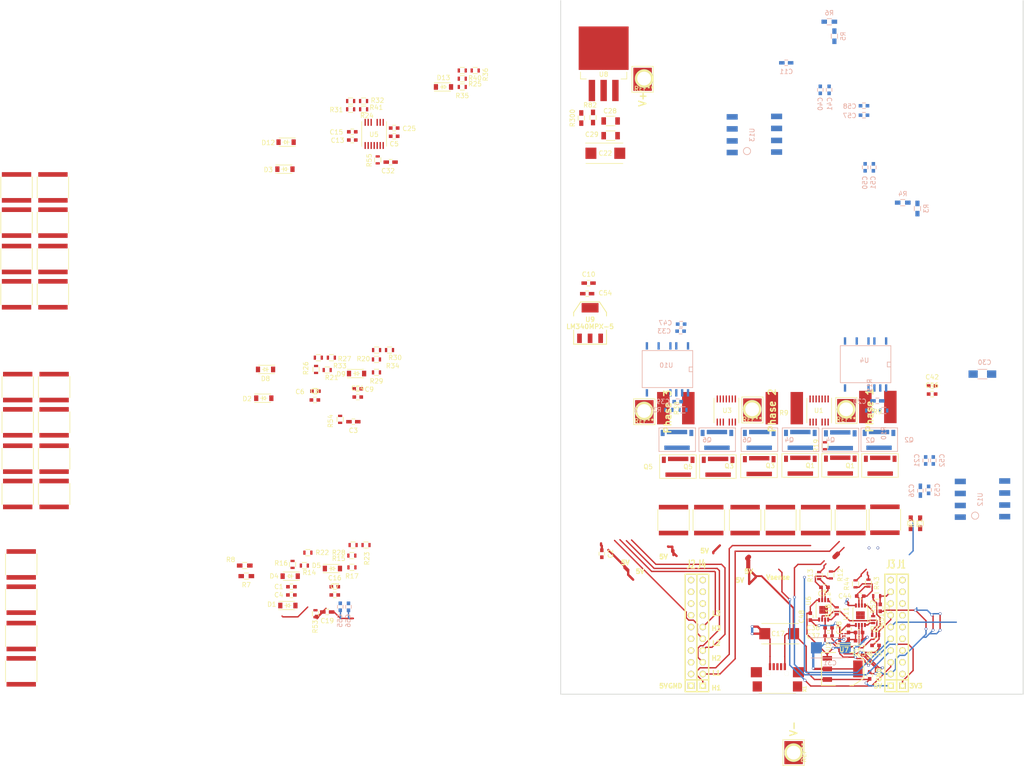
<source format=kicad_pcb>
(kicad_pcb (version 4) (host pcbnew 4.0.0-stable)
  (layers (0 F.Cu signal) (1 In1.Cu signal hide) (2 In2.Cu signal hide) (31 B.Cu signal hide) (34 B.Paste user hide) (35 F.Paste user hide) (36 B.SilkS user) (37 F.SilkS user) (38 B.Mask user hide) (39 F.Mask user) (44 Edge.Cuts user))
  (net 0 "")
  (net 1 GND)
  (net 2 +5V)
  (net 3 V_SUPPLY)
  (net 4 "/Power MOSFETS/CurrentA")
  (net 5 "/Power MOSFETS/H2_VS")
  (net 6 "/Power MOSFETS/CurrentB")
  (net 7 "/Power MOSFETS/CurrentC")
  (net 8 "/Power MOSFETS/M_H1")
  (net 9 "/Power MOSFETS/M_L1")
  (net 10 "/Power MOSFETS/M_H2")
  (net 11 "/Power MOSFETS/M_L2")
  (net 12 "/Power MOSFETS/M_H3")
  (net 13 "/Power MOSFETS/M_L3")
  (net 14 "/Power MOSFETS/PHASE_1")
  (net 15 "/Power MOSFETS/PHASE_3")
  (net 16 "Net-(J1-Pad2)")
  (net 17 "Net-(J1-Pad3)")
  (net 18 "Net-(J1-Pad4)")
  (net 19 "Net-(J1-Pad5)")
  (net 20 "Net-(J1-Pad6)")
  (net 21 "Net-(J1-Pad7)")
  (net 22 "Net-(J1-Pad8)")
  (net 23 "Net-(J1-Pad9)")
  (net 24 "Net-(J1-Pad10)")
  (net 25 "Net-(J2-Pad2)")
  (net 26 "Net-(J2-Pad4)")
  (net 27 "Net-(J2-Pad6)")
  (net 28 "Net-(J2-Pad7)")
  (net 29 "Net-(J2-Pad8)")
  (net 30 "Net-(J2-Pad9)")
  (net 31 "Net-(J3-Pad3)")
  (net 32 "Net-(J3-Pad4)")
  (net 33 "Net-(J3-Pad5)")
  (net 34 "Net-(J3-Pad6)")
  (net 35 "Net-(J3-Pad10)")
  (net 36 "Net-(J4-Pad7)")
  (net 37 "Net-(J4-Pad8)")
  (net 38 "Net-(J4-Pad9)")
  (net 39 "Net-(J4-Pad10)")
  (net 40 +3V3)
  (net 41 "Net-(X1-Pad4)")
  (net 42 "Net-(C1-Pad1)")
  (net 43 "Net-(C6-Pad1)")
  (net 44 "Net-(C13-Pad1)")
  (net 45 "Net-(U1-Pad6)")
  (net 46 "Net-(U3-Pad6)")
  (net 47 "Net-(U5-Pad6)")
  (net 48 VDD)
  (net 49 "Net-(R300-Pad1)")
  (net 50 "Net-(C24-Pad2)")
  (net 51 "Net-(D4-Pad1)")
  (net 52 "Net-(D4-Pad2)")
  (net 53 "Net-(D5-Pad1)")
  (net 54 "Net-(D5-Pad2)")
  (net 55 "Net-(D8-Pad1)")
  (net 56 "Net-(D8-Pad2)")
  (net 57 "Net-(D9-Pad1)")
  (net 58 "Net-(D9-Pad2)")
  (net 59 "Net-(D12-Pad1)")
  (net 60 "Net-(D12-Pad2)")
  (net 61 "Net-(D13-Pad1)")
  (net 62 "Net-(D13-Pad2)")
  (net 63 "Net-(Q1-Pad3)")
  (net 64 "Net-(Q2-Pad3)")
  (net 65 "Net-(Q3-Pad3)")
  (net 66 "Net-(Q4-Pad3)")
  (net 67 "Net-(Q6-Pad3)")
  (net 68 "Net-(Q5-Pad3)")
  (net 69 "Net-(R14-Pad1)")
  (net 70 "Net-(R15-Pad2)")
  (net 71 "Net-(R20-Pad2)")
  (net 72 "Net-(R21-Pad2)")
  (net 73 "Net-(R24-Pad2)")
  (net 74 "Net-(R25-Pad2)")
  (net 75 GNDA)
  (net 76 +1V5)
  (net 77 "Net-(C20-Pad1)")
  (net 78 "Net-(C20-Pad2)")
  (net 79 +5VA)
  (net 80 "Net-(C34-Pad1)")
  (net 81 "Net-(C34-Pad2)")
  (net 82 "Net-(C39-Pad1)")
  (net 83 "Net-(C39-Pad2)")
  (net 84 +5VD)
  (net 85 GNDD)
  (net 86 "Net-(C44-Pad1)")
  (net 87 "Net-(C44-Pad2)")
  (net 88 "Net-(R18-Pad1)")
  (net 89 "Net-(R18-Pad2)")
  (net 90 "Net-(R37-Pad2)")
  (net 91 "Net-(R51-Pad1)")
  (net 92 "Net-(R51-Pad2)")
  (net 93 "Net-(R52-Pad2)")
  (net 94 "Net-(R53-Pad1)")
  (net 95 "Net-(R54-Pad1)")
  (net 96 "Net-(R55-Pad1)")
  (net 97 "Net-(U12-Pad3)")
  (net 98 "Net-(U12-Pad8)")
  (net 99 "Net-(U12-Pad6)")
  (net 100 "Net-(U12-Pad7)")
  (net 101 "Net-(U13-Pad3)")
  (net 102 "Net-(U13-Pad8)")
  (net 103 "Net-(U13-Pad6)")
  (net 104 "Net-(U13-Pad7)")
  (net 105 "/Power MOSFETS/sense1_P")
  (net 106 "/Power MOSFETS/sense2_P")
  (net 107 "/Power MOSFETS/sense2_N")
  (net 108 "/Power MOSFETS/sense1_N")
  (net 109 "Net-(J2-Pad3)")
  (net 110 "Net-(J2-Pad5)")
  (net 111 "Net-(X1-Pad2)")
  (net 112 "Net-(X1-Pad3)")
  (module CRF1:shunt_ERJ-MS6SF1M0U (layer F.Cu) (at 232.504 92.964 180)
    (fp_text reference R9 (at 0.1 -1.024712 180) (layer F.SilkS))
    (fp_text value 0.001R)
    (pad 1 smd rect (at 2.7 0 180) (size 2.7 7) (layers F.Cu F.Paste F.Mask) (net 14 "/Power MOSFETS/PHASE_1"))
    (pad 2 smd rect (at -2.7 0 180) (size 2.7 7) (layers F.Cu F.Paste F.Mask) (net 75 GNDA))
  )
  (module CRF1:C_2225_invis (layer F.Cu) (at 254.254 117.1 270)
    (fp_text reference C49 hide)
    (fp_text value 15uf)
    (pad 1 smd rect (at -2.8 0 270) (size 1 6.35) (layers F.Cu F.Paste F.Mask) (net 3 V_SUPPLY))
    (pad 2 smd rect (at 2.8 0 270) (size 1 6.35) (layers F.Cu F.Paste F.Mask) (net 1 GND))
  )
  (module CRF1:C_2225_invis (layer F.Cu) (at 246.902712 117.169872 270)
    (fp_text reference C49 hide)
    (fp_text value 15uf)
    (pad 1 smd rect (at -2.8 0 270) (size 1 6.35) (layers F.Cu F.Paste F.Mask) (net 3 V_SUPPLY))
    (pad 2 smd rect (at 2.8 0 270) (size 1 6.35) (layers F.Cu F.Paste F.Mask) (net 1 GND))
  )
  (module CRF1:C_2225_invis (layer F.Cu) (at 239.270712 117.169872 270)
    (fp_text reference C49 hide)
    (fp_text value 15uf)
    (pad 1 smd rect (at -2.8 0 270) (size 1 6.35) (layers F.Cu F.Paste F.Mask) (net 3 V_SUPPLY))
    (pad 2 smd rect (at 2.8 0 270) (size 1 6.35) (layers F.Cu F.Paste F.Mask) (net 1 GND))
  )
  (module CRF1:GAN_GS61008T (layer B.Cu) (at 209.296 99.822)
    (fp_text reference Q6 (at 6.5 0) (layer B.SilkS) (effects (justify mirror)))
    (fp_text value FDMT-800)
    (pad 3 smd rect (at 3.1 -1.5) (size 0.85 1.35) (layers B.Cu B.Paste B.Mask) (net 67 "Net-(Q6-Pad3)"))
    (pad 3 smd rect (at -3.1 -1.5) (size 0.85 1.35) (layers B.Cu B.Paste B.Mask) (net 67 "Net-(Q6-Pad3)"))
    (pad 1 smd rect (at 0 1.7) (size 5.5 0.95) (layers B.Cu B.Paste B.Mask) (net 85 GNDD))
    (pad 2 smd rect (at 0 -1.7) (size 4.4 0.95) (layers B.Cu B.Paste B.Mask) (net 1 GND))
  )
  (module CRF1:GAN_GS61008T (layer B.Cu) (at 227.076 99.822)
    (fp_text reference Q4 (at 6.5 0) (layer B.SilkS) (effects (justify mirror)))
    (fp_text value FDMT-800)
    (pad 3 smd rect (at 3.1 -1.5) (size 0.85 1.35) (layers B.Cu B.Paste B.Mask) (net 66 "Net-(Q4-Pad3)"))
    (pad 3 smd rect (at -3.1 -1.5) (size 0.85 1.35) (layers B.Cu B.Paste B.Mask) (net 66 "Net-(Q4-Pad3)"))
    (pad 1 smd rect (at 0 1.7) (size 5.5 0.95) (layers B.Cu B.Paste B.Mask) (net 5 "/Power MOSFETS/H2_VS"))
    (pad 2 smd rect (at 0 -1.7) (size 4.4 0.95) (layers B.Cu B.Paste B.Mask) (net 1 GND))
  )
  (module CRF1:GAN_GS61008T (layer B.Cu) (at 244.602 99.9)
    (fp_text reference Q2 (at 6.5 0) (layer B.SilkS) (effects (justify mirror)))
    (fp_text value FDMT-800)
    (pad 3 smd rect (at 3.1 -1.5) (size 0.85 1.35) (layers B.Cu B.Paste B.Mask) (net 64 "Net-(Q2-Pad3)"))
    (pad 3 smd rect (at -3.1 -1.5) (size 0.85 1.35) (layers B.Cu B.Paste B.Mask) (net 64 "Net-(Q2-Pad3)"))
    (pad 1 smd rect (at 0 1.7) (size 5.5 0.95) (layers B.Cu B.Paste B.Mask) (net 75 GNDA))
    (pad 2 smd rect (at 0 -1.7) (size 4.4 0.95) (layers B.Cu B.Paste B.Mask) (net 1 GND))
  )
  (module CRF1:GAN_GS61008T (layer F.Cu) (at 244.602 105.386 180)
    (fp_text reference Q1 (at 6.5 0 180) (layer F.SilkS))
    (fp_text value FDMT-800)
    (pad 3 smd rect (at 3.1 1.5 180) (size 0.85 1.35) (layers F.Cu F.Paste F.Mask) (net 63 "Net-(Q1-Pad3)"))
    (pad 3 smd rect (at -3.1 1.5 180) (size 0.85 1.35) (layers F.Cu F.Paste F.Mask) (net 63 "Net-(Q1-Pad3)"))
    (pad 1 smd rect (at 0 -1.7 180) (size 5.5 0.95) (layers F.Cu F.Paste F.Mask) (net 3 V_SUPPLY))
    (pad 2 smd rect (at 0 1.7 180) (size 4.4 0.95) (layers F.Cu F.Paste F.Mask) (net 75 GNDA))
  )
  (module CRF1:GAN_GS61008T (layer F.Cu) (at 227.076 105.488 180)
    (fp_text reference Q3 (at 6.5 0 180) (layer F.SilkS))
    (fp_text value FDMT-800)
    (pad 3 smd rect (at 3.1 1.5 180) (size 0.85 1.35) (layers F.Cu F.Paste F.Mask) (net 65 "Net-(Q3-Pad3)"))
    (pad 3 smd rect (at -3.1 1.5 180) (size 0.85 1.35) (layers F.Cu F.Paste F.Mask) (net 65 "Net-(Q3-Pad3)"))
    (pad 1 smd rect (at 0 -1.7 180) (size 5.5 0.95) (layers F.Cu F.Paste F.Mask) (net 3 V_SUPPLY))
    (pad 2 smd rect (at 0 1.7 180) (size 4.4 0.95) (layers F.Cu F.Paste F.Mask) (net 5 "/Power MOSFETS/H2_VS"))
  )
  (module CRF1:GAN_GS61008T (layer F.Cu) (at 209.55 105.64 180)
    (fp_text reference Q5 (at 6.5 0 180) (layer F.SilkS))
    (fp_text value FDMT-800)
    (pad 3 smd rect (at 3.1 1.5 180) (size 0.85 1.35) (layers F.Cu F.Paste F.Mask) (net 68 "Net-(Q5-Pad3)"))
    (pad 3 smd rect (at -3.1 1.5 180) (size 0.85 1.35) (layers F.Cu F.Paste F.Mask) (net 68 "Net-(Q5-Pad3)"))
    (pad 1 smd rect (at 0 -1.7 180) (size 5.5 0.95) (layers F.Cu F.Paste F.Mask) (net 3 V_SUPPLY))
    (pad 2 smd rect (at 0 1.7 180) (size 4.4 0.95) (layers F.Cu F.Paste F.Mask) (net 85 GNDD))
  )
  (module BGA_ADP172 (layer F.Cu) (at 245.368 141.982)
    (fp_text reference REF** hide)
    (fp_text value bga)
    (pad 1 smd circle (at -0.25 0.25) (size 0.32 0.32) (layers F.Cu F.Paste F.Mask) (net 40 +3V3))
    (pad 2 smd circle (at 0.25 0.25) (size 0.32 0.32) (layers F.Cu F.Paste F.Mask) (net 40 +3V3))
    (pad 3 smd circle (at 0.25 -0.25) (size 0.32 0.32) (layers F.Cu F.Paste F.Mask) (net 1 GND))
    (pad 4 smd circle (at -0.25 -0.25) (size 0.32 0.32) (layers F.Cu F.Paste F.Mask) (net 76 +1V5))
  )
  (module LOGO (layer F.Cu) (at 274.828 146.558)
    (fp_text reference G*** hide)
    (fp_text value LOGO hide)
  )
  (module jumper (layer F.Cu) (at 234.416884 167.45196 90)
    (fp_text reference REF** (at 0 2.3 90) (layer F.SilkS))
    (fp_text value jumper)
    (pad 1 thru_hole circle (at 0 0.1 90) (size 4 4) (drill 3) (layers *.Cu *.Mask F.SilkS) (net 1 GND))
  )
  (module jumper (layer F.Cu) (at 202.184 21.59)
    (fp_text reference REF** (at 0 2.3) (layer F.SilkS))
    (fp_text value jumper)
    (pad 1 thru_hole circle (at 0 0.1) (size 4 4) (drill 3) (layers *.Cu *.Mask F.SilkS) (net 3 V_SUPPLY))
  )
  (module jumper (layer F.Cu) (at 245.872 93.118)
    (fp_text reference REF** (at 0 2.3) (layer F.SilkS))
    (fp_text value jumper)
    (pad 1 thru_hole circle (at 0 0.1) (size 4 4) (drill 3) (layers *.Cu *.Mask F.SilkS) (net 14 "/Power MOSFETS/PHASE_1"))
  )
  (module jumper (layer F.Cu) (at 225.552 93.118)
    (fp_text reference REF** (at 0 2.3) (layer F.SilkS))
    (fp_text value jumper)
    (pad 1 thru_hole circle (at 0 0.1) (size 4 4) (drill 3) (layers *.Cu *.Mask F.SilkS) (net 5 "/Power MOSFETS/H2_VS"))
  )
  (module jumper (layer F.Cu) (at 202.184 93.472)
    (fp_text reference REF** (at 0 2.3) (layer F.SilkS))
    (fp_text value jumper)
    (pad 1 thru_hole circle (at 0 0.1) (size 4 4) (drill 3) (layers *.Cu *.Mask F.SilkS) (net 15 "/Power MOSFETS/PHASE_3"))
  )
  (module Resistors_SMD:R_0603 (layer B.Cu) (at 210.586274 93.33127)
    (fp_text reference R39 (at -6.096 0) (layer B.SilkS) (effects (justify mirror)))
    (fp_text value 20R)
    (pad 1 smd rect (at -0.75 0) (size 0.5 0.9) (layers B.Cu B.Paste B.Mask) (net 82 "Net-(C39-Pad1)"))
    (pad 2 smd rect (at 0.75 0) (size 0.5 0.9) (layers B.Cu B.Paste B.Mask) (net 85 GNDD))
  )
  (module CRF1:1PAD_4x5mm (layer F.Cu) (at 201.854128 21.852712 180)
    (fp_text reference V+ (at 0 -4.3 270) (layer F.SilkS) (effects (font (thickness 0.3048))))
    (fp_text value IN+ hide)
    (pad 1 smd rect (at 0 0 180) (size 4 5) (layers F.Cu F.Paste F.Mask) (net 3 V_SUPPLY))
  )
  (module CRF1:1PAD_4x5mm (layer F.Cu) (at 234.508172 167.45196)
    (fp_text reference V- (at 0 -5.155872 90) (layer F.SilkS) (effects (font (thickness 0.3048))))
    (fp_text value IN- hide)
    (pad 1 smd rect (at 0 0) (size 4 5) (layers F.Cu F.Paste F.Mask) (net 1 GND))
  )
  (module Diodes_SMD:SOD-123 (layer F.Cu) (at 125.654128 129.294712 180)
    (fp_text reference D4 (at 3.480128 0.008712 180) (layer F.SilkS))
    (fp_text value D_Schottky_Small)
    (pad 1 smd rect (at -1.635 0 180) (size 0.91 1.22) (layers F.Cu F.Paste F.Mask) (net 51 "Net-(D4-Pad1)"))
    (pad 2 smd rect (at 1.635 0 180) (size 0.91 1.22) (layers F.Cu F.Paste F.Mask) (net 52 "Net-(D4-Pad2)"))
  )
  (module Capacitors_SMD:C_0603 (layer F.Cu) (at 125.920128 131.580712)
    (fp_text reference C1 (at -2.730128 -0.008712) (layer F.SilkS))
    (fp_text value 0.1uf)
    (pad 1 smd rect (at -0.75 0) (size 0.8 0.75) (layers F.Cu F.Paste F.Mask) (net 42 "Net-(C1-Pad1)"))
    (pad 2 smd rect (at 0.75 0) (size 0.8 0.75) (layers F.Cu F.Paste F.Mask) (net 75 GNDA))
  )
  (module Diodes_SMD:SOD-123 (layer F.Cu) (at 125.146128 135.644712)
    (fp_text reference D1 (at -3.480128 -0.262712) (layer F.SilkS))
    (fp_text value DFLS1150-7)
    (pad 1 smd rect (at -1.635 0) (size 0.91 1.22) (layers F.Cu F.Paste F.Mask) (net 42 "Net-(C1-Pad1)"))
    (pad 2 smd rect (at 1.635 0) (size 0.91 1.22) (layers F.Cu F.Paste F.Mask) (net 48 VDD))
  )
  (module Capacitors_SMD:C_0603 (layer F.Cu) (at 125.908128 133.358712)
    (fp_text reference C4 (at -2.718128 -0.008712) (layer F.SilkS))
    (fp_text value 2.2uf)
    (pad 1 smd rect (at -0.75 0) (size 0.8 0.75) (layers F.Cu F.Paste F.Mask) (net 42 "Net-(C1-Pad1)"))
    (pad 2 smd rect (at 0.75 0) (size 0.8 0.75) (layers F.Cu F.Paste F.Mask) (net 75 GNDA))
  )
  (module Resistors_SMD:R_0603 (layer F.Cu) (at 142.049128 122.563712 180)
    (fp_text reference R23 (at -0.190872 -2.912288 270) (layer F.SilkS))
    (fp_text value R39k)
    (pad 1 smd rect (at -0.75 0 180) (size 0.5 0.9) (layers F.Cu F.Paste F.Mask) (net 1 GND))
    (pad 2 smd rect (at 0.75 0 180) (size 0.5 0.9) (layers F.Cu F.Paste F.Mask) (net 70 "Net-(R15-Pad2)"))
  )
  (module Resistors_SMD:R_0603 (layer F.Cu) (at 139.001128 127.389712 180)
    (fp_text reference R17 (at 0 -1.9 180) (layer F.SilkS))
    (fp_text value R4)
    (pad 1 smd rect (at -0.75 0 180) (size 0.5 0.9) (layers F.Cu F.Paste F.Mask) (net 70 "Net-(R15-Pad2)"))
    (pad 2 smd rect (at 0.75 0 180) (size 0.5 0.9) (layers F.Cu F.Paste F.Mask) (net 54 "Net-(D5-Pad2)"))
  )
  (module Resistors_SMD:R_0603 (layer F.Cu) (at 139.255128 122.563712 180)
    (fp_text reference R28 (at 3.111128 -1.642288 180) (layer F.SilkS))
    (fp_text value ferrite)
    (pad 1 smd rect (at -0.75 0 180) (size 0.5 0.9) (layers F.Cu F.Paste F.Mask) (net 70 "Net-(R15-Pad2)"))
    (pad 2 smd rect (at 0.75 0 180) (size 0.5 0.9) (layers F.Cu F.Paste F.Mask) (net 64 "Net-(Q2-Pad3)"))
  )
  (module Diodes_SMD:SOD-123 (layer F.Cu) (at 134.782128 127.643712)
    (fp_text reference D5 (at -3.464128 -0.643712) (layer F.SilkS))
    (fp_text value D_Schottky_Small)
    (pad 1 smd rect (at -1.635 0) (size 0.91 1.22) (layers F.Cu F.Paste F.Mask) (net 53 "Net-(D5-Pad1)"))
    (pad 2 smd rect (at 1.635 0) (size 0.91 1.22) (layers F.Cu F.Paste F.Mask) (net 54 "Net-(D5-Pad2)"))
  )
  (module Capacitors_SMD:C_0603_HandSoldering (layer B.Cu) (at 252.62387 91.389248 180)
    (fp_text reference C20 (at 3.819872 -0.118288 180) (layer B.SilkS) (effects (justify mirror)))
    (fp_text value 33nf)
    (pad 1 smd rect (at -0.95 0 180) (size 1.2 0.75) (layers B.Cu B.Paste B.Mask) (net 77 "Net-(C20-Pad1)"))
    (pad 2 smd rect (at 0.95 0 180) (size 1.2 0.75) (layers B.Cu B.Paste B.Mask) (net 78 "Net-(C20-Pad2)"))
  )
  (module Capacitors_SMD:C_0603 (layer F.Cu) (at 135.294128 133.358712)
    (fp_text reference C7 (at 0 -1.9) (layer F.SilkS))
    (fp_text value 0.1uf)
    (pad 1 smd rect (at -0.75 0) (size 0.8 0.75) (layers F.Cu F.Paste F.Mask) (net 48 VDD))
    (pad 2 smd rect (at 0.75 0) (size 0.8 0.75) (layers F.Cu F.Paste F.Mask) (net 1 GND))
  )
  (module Resistors_SMD:R_0603 (layer F.Cu) (at 138.977128 124.849712)
    (fp_text reference R15 (at -2.833128 0.626288) (layer F.SilkS))
    (fp_text value 10R)
    (pad 1 smd rect (at -0.75 0) (size 0.5 0.9) (layers F.Cu F.Paste F.Mask) (net 53 "Net-(D5-Pad1)"))
    (pad 2 smd rect (at 0.75 0) (size 0.5 0.9) (layers F.Cu F.Paste F.Mask) (net 70 "Net-(R15-Pad2)"))
  )
  (module CRF1:LGA-13 (layer F.Cu) (at 240.03 93.472 180)
    (fp_text reference U1 (at 0.075872 -0.008712 180) (layer F.SilkS))
    (fp_text value ADuM7223)
    (pad 1 smd rect (at -1.95 2.5 180) (size 0.3 1.5) (layers F.Cu F.Paste F.Mask) (net 1 GND))
    (pad 2 smd rect (at -1.3 2.5 180) (size 0.3 1.5) (layers F.Cu F.Paste F.Mask) (net 8 "/Power MOSFETS/M_H1"))
    (pad 3 smd rect (at -0.65 2.5 180) (size 0.3 1.5) (layers F.Cu F.Paste F.Mask) (net 9 "/Power MOSFETS/M_L1"))
    (pad 4 smd rect (at 0 2.5 180) (size 0.3 1.5) (layers F.Cu F.Paste F.Mask) (net 1 GND))
    (pad 5 smd rect (at 0.65 2.5 180) (size 0.3 1.5) (layers F.Cu F.Paste F.Mask) (net 94 "Net-(R53-Pad1)"))
    (pad 6 smd rect (at 1.3 2.5 180) (size 0.3 1.5) (layers F.Cu F.Paste F.Mask) (net 45 "Net-(U1-Pad6)"))
    (pad 7 smd rect (at 1.95 2.5 180) (size 0.3 1.5) (layers F.Cu F.Paste F.Mask) (net 2 +5V))
    (pad 13 smd rect (at -1.95 -2.5 180) (size 0.3 1.5) (layers F.Cu F.Paste F.Mask) (net 42 "Net-(C1-Pad1)"))
    (pad 12 smd rect (at -1.3 -2.5 180) (size 0.3 1.5) (layers F.Cu F.Paste F.Mask) (net 51 "Net-(D4-Pad1)"))
    (pad 11 smd rect (at -0.65 -2.5 180) (size 0.3 1.5) (layers F.Cu F.Paste F.Mask) (net 75 GNDA))
    (pad 10 smd rect (at 0.65 -2.5 180) (size 0.3 1.5) (layers F.Cu F.Paste F.Mask) (net 48 VDD))
    (pad 9 smd rect (at 1.3 -2.5 180) (size 0.3 1.5) (layers F.Cu F.Paste F.Mask) (net 53 "Net-(D5-Pad1)"))
    (pad 8 smd rect (at 1.95 -2.5 180) (size 0.3 1.5) (layers F.Cu F.Paste F.Mask) (net 1 GND))
  )
  (module Capacitors_SMD:C_0603 (layer F.Cu) (at 135.294128 131.580712)
    (fp_text reference C16 (at 0 -1.9) (layer F.SilkS))
    (fp_text value 2.2uf)
    (pad 1 smd rect (at -0.75 0) (size 0.8 0.75) (layers F.Cu F.Paste F.Mask) (net 48 VDD))
    (pad 2 smd rect (at 0.75 0) (size 0.8 0.75) (layers F.Cu F.Paste F.Mask) (net 1 GND))
  )
  (module Resistors_SMD:R_0603 (layer F.Cu) (at 129.476128 124.214712 180)
    (fp_text reference R22 (at -3.111872 0.008712 180) (layer F.SilkS))
    (fp_text value R39k)
    (pad 1 smd rect (at -0.75 0 180) (size 0.5 0.9) (layers F.Cu F.Paste F.Mask) (net 75 GNDA))
    (pad 2 smd rect (at 0.75 0 180) (size 0.5 0.9) (layers F.Cu F.Paste F.Mask) (net 69 "Net-(R14-Pad1)"))
  )
  (module Resistors_SMD:R_0603 (layer F.Cu) (at 241.3 101.092 90)
    (fp_text reference R19 (at 0 -1.9 90) (layer F.SilkS))
    (fp_text value ferrite)
    (pad 1 smd rect (at -0.75 0 90) (size 0.5 0.9) (layers F.Cu F.Paste F.Mask) (net 63 "Net-(Q1-Pad3)"))
    (pad 2 smd rect (at 0.75 0 90) (size 0.5 0.9) (layers F.Cu F.Paste F.Mask) (net 69 "Net-(R14-Pad1)"))
  )
  (module Resistors_SMD:R_0603 (layer F.Cu) (at 126.162128 126.754712 270)
    (fp_text reference R16 (at -0.262712 2.464128 360) (layer F.SilkS))
    (fp_text value R4)
    (pad 1 smd rect (at -0.75 0 270) (size 0.5 0.9) (layers F.Cu F.Paste F.Mask) (net 69 "Net-(R14-Pad1)"))
    (pad 2 smd rect (at 0.75 0 270) (size 0.5 0.9) (layers F.Cu F.Paste F.Mask) (net 52 "Net-(D4-Pad2)"))
  )
  (module Resistors_SMD:R_0603 (layer F.Cu) (at 128.714128 127.008712 180)
    (fp_text reference R14 (at -1.079872 -1.515288 180) (layer F.SilkS))
    (fp_text value 10R)
    (pad 1 smd rect (at -0.75 0 180) (size 0.5 0.9) (layers F.Cu F.Paste F.Mask) (net 69 "Net-(R14-Pad1)"))
    (pad 2 smd rect (at 0.75 0 180) (size 0.5 0.9) (layers F.Cu F.Paste F.Mask) (net 51 "Net-(D4-Pad1)"))
  )
  (module CRF1:SIL-10J1 (layer F.Cu) (at 258.05641 141.564752 90)
    (fp_text reference J1 (at 14.818752 -0.24641 180) (layer F.SilkS) (effects (font (size 1.72974 1.08712) (thickness 0.27178))))
    (fp_text value Ti_Booster_40_J1 hide)
    (pad 1 thru_hole rect (at -11.43 0 90) (size 1.397 1.397) (drill 0.8128) (layers *.Cu *.Mask F.SilkS) (net 40 +3V3))
    (pad 2 thru_hole circle (at -8.89 0 90) (size 1.397 1.397) (drill 0.8128) (layers *.Cu *.Mask F.SilkS) (net 16 "Net-(J1-Pad2)"))
    (pad 3 thru_hole circle (at -6.35 0 90) (size 1.397 1.397) (drill 0.8128) (layers *.Cu *.Mask F.SilkS) (net 17 "Net-(J1-Pad3)"))
    (pad 4 thru_hole circle (at -3.81 0 90) (size 1.397 1.397) (drill 0.8128) (layers *.Cu *.Mask F.SilkS) (net 18 "Net-(J1-Pad4)"))
    (pad 5 thru_hole circle (at -1.27 0 90) (size 1.397 1.397) (drill 0.8128) (layers *.Cu *.Mask F.SilkS) (net 19 "Net-(J1-Pad5)"))
    (pad 6 thru_hole circle (at 1.27 0 90) (size 1.397 1.397) (drill 0.8128) (layers *.Cu *.Mask F.SilkS) (net 20 "Net-(J1-Pad6)"))
    (pad 7 thru_hole circle (at 3.81 0 90) (size 1.397 1.397) (drill 0.8128) (layers *.Cu *.Mask F.SilkS) (net 21 "Net-(J1-Pad7)"))
    (pad 8 thru_hole circle (at 6.35 0 90) (size 1.397 1.397) (drill 0.8128) (layers *.Cu *.Mask F.SilkS) (net 22 "Net-(J1-Pad8)"))
    (pad 9 thru_hole circle (at 8.89 0 90) (size 1.397 1.397) (drill 0.8128) (layers *.Cu *.Mask F.SilkS) (net 23 "Net-(J1-Pad9)"))
    (pad 10 thru_hole circle (at 11.43 0 90) (size 1.397 1.397) (drill 0.8128) (layers *.Cu *.Mask F.SilkS) (net 24 "Net-(J1-Pad10)"))
  )
  (module CRF1:SIL-10J2 (layer F.Cu) (at 212.33641 141.564752 90)
    (fp_text reference J2 (at 14.818752 0 180) (layer F.SilkS) (effects (font (size 1.72974 1.08712) (thickness 0.27178))))
    (fp_text value Ti_Booster_40_J2 hide)
    (pad 1 thru_hole rect (at -11.43 0 90) (size 1.397 1.397) (drill 0.8128) (layers *.Cu *.Mask F.SilkS) (net 1 GND))
    (pad 2 thru_hole circle (at -8.89 0 90) (size 1.397 1.397) (drill 0.8128) (layers *.Cu *.Mask F.SilkS) (net 25 "Net-(J2-Pad2)"))
    (pad 3 thru_hole circle (at -6.35 0 90) (size 1.397 1.397) (drill 0.8128) (layers *.Cu *.Mask F.SilkS) (net 109 "Net-(J2-Pad3)"))
    (pad 4 thru_hole circle (at -3.81 0 90) (size 1.397 1.397) (drill 0.8128) (layers *.Cu *.Mask F.SilkS) (net 26 "Net-(J2-Pad4)"))
    (pad 5 thru_hole circle (at -1.27 0 90) (size 1.397 1.397) (drill 0.8128) (layers *.Cu *.Mask F.SilkS) (net 110 "Net-(J2-Pad5)"))
    (pad 6 thru_hole circle (at 1.27 0 90) (size 1.397 1.397) (drill 0.8128) (layers *.Cu *.Mask F.SilkS) (net 27 "Net-(J2-Pad6)"))
    (pad 7 thru_hole circle (at 3.81 0 90) (size 1.397 1.397) (drill 0.8128) (layers *.Cu *.Mask F.SilkS) (net 28 "Net-(J2-Pad7)"))
    (pad 8 thru_hole circle (at 6.35 0 90) (size 1.397 1.397) (drill 0.8128) (layers *.Cu *.Mask F.SilkS) (net 29 "Net-(J2-Pad8)"))
    (pad 9 thru_hole circle (at 8.89 0 90) (size 1.397 1.397) (drill 0.8128) (layers *.Cu *.Mask F.SilkS) (net 30 "Net-(J2-Pad9)"))
    (pad 10 thru_hole circle (at 11.43 0 90) (size 1.397 1.397) (drill 0.8128) (layers *.Cu *.Mask F.SilkS) (net 50 "Net-(C24-Pad2)"))
  )
  (module CRF1:SIL-10J3 (layer F.Cu) (at 255.51641 141.564752 90)
    (fp_text reference J3 (at 14.818752 0 180) (layer F.SilkS) (effects (font (size 1.72974 1.08712) (thickness 0.3048))))
    (fp_text value Ti_Booster_40_J3 hide)
    (pad 1 thru_hole rect (at -11.43 0 90) (size 1.397 1.397) (drill 0.8128) (layers *.Cu *.Mask F.SilkS) (net 2 +5V))
    (pad 2 thru_hole circle (at -8.89 0 90) (size 1.397 1.397) (drill 0.8128) (layers *.Cu *.Mask F.SilkS) (net 1 GND))
    (pad 3 thru_hole circle (at -6.35 0 90) (size 1.397 1.397) (drill 0.8128) (layers *.Cu *.Mask F.SilkS) (net 31 "Net-(J3-Pad3)"))
    (pad 4 thru_hole circle (at -3.81 0 90) (size 1.397 1.397) (drill 0.8128) (layers *.Cu *.Mask F.SilkS) (net 32 "Net-(J3-Pad4)"))
    (pad 5 thru_hole circle (at -1.27 0 90) (size 1.397 1.397) (drill 0.8128) (layers *.Cu *.Mask F.SilkS) (net 33 "Net-(J3-Pad5)"))
    (pad 6 thru_hole circle (at 1.27 0 90) (size 1.397 1.397) (drill 0.8128) (layers *.Cu *.Mask F.SilkS) (net 34 "Net-(J3-Pad6)"))
    (pad 7 thru_hole circle (at 3.81 0 90) (size 1.397 1.397) (drill 0.8128) (layers *.Cu *.Mask F.SilkS) (net 4 "/Power MOSFETS/CurrentA"))
    (pad 8 thru_hole circle (at 6.35 0 90) (size 1.397 1.397) (drill 0.8128) (layers *.Cu *.Mask F.SilkS) (net 6 "/Power MOSFETS/CurrentB"))
    (pad 9 thru_hole circle (at 8.89 0 90) (size 1.397 1.397) (drill 0.8128) (layers *.Cu *.Mask F.SilkS) (net 7 "/Power MOSFETS/CurrentC"))
    (pad 10 thru_hole circle (at 11.43 0 90) (size 1.397 1.397) (drill 0.8128) (layers *.Cu *.Mask F.SilkS) (net 35 "Net-(J3-Pad10)"))
  )
  (module CRF1:SIL-10J4 (layer F.Cu) (at 214.87641 141.564752 90)
    (fp_text reference J4 (at 14.818752 -0.24641 180) (layer F.SilkS) (effects (font (size 1.72974 1.08712) (thickness 0.27178))))
    (fp_text value Ti_Booster_40_J4 hide)
    (pad 1 thru_hole rect (at -11.43 0 90) (size 1.397 1.397) (drill 0.8128) (layers *.Cu *.Mask F.SilkS) (net 8 "/Power MOSFETS/M_H1"))
    (pad 2 thru_hole circle (at -8.89 0 90) (size 1.397 1.397) (drill 0.8128) (layers *.Cu *.Mask F.SilkS) (net 9 "/Power MOSFETS/M_L1"))
    (pad 3 thru_hole circle (at -6.35 0 90) (size 1.397 1.397) (drill 0.8128) (layers *.Cu *.Mask F.SilkS) (net 10 "/Power MOSFETS/M_H2"))
    (pad 4 thru_hole circle (at -3.81 0 90) (size 1.397 1.397) (drill 0.8128) (layers *.Cu *.Mask F.SilkS) (net 11 "/Power MOSFETS/M_L2"))
    (pad 5 thru_hole circle (at -1.27 0 90) (size 1.397 1.397) (drill 0.8128) (layers *.Cu *.Mask F.SilkS) (net 12 "/Power MOSFETS/M_H3"))
    (pad 6 thru_hole circle (at 1.27 0 90) (size 1.397 1.397) (drill 0.8128) (layers *.Cu *.Mask F.SilkS) (net 13 "/Power MOSFETS/M_L3"))
    (pad 7 thru_hole circle (at 3.81 0 90) (size 1.397 1.397) (drill 0.8128) (layers *.Cu *.Mask F.SilkS) (net 36 "Net-(J4-Pad7)"))
    (pad 8 thru_hole circle (at 6.35 0 90) (size 1.397 1.397) (drill 0.8128) (layers *.Cu *.Mask F.SilkS) (net 37 "Net-(J4-Pad8)"))
    (pad 9 thru_hole circle (at 8.89 0 90) (size 1.397 1.397) (drill 0.8128) (layers *.Cu *.Mask F.SilkS) (net 38 "Net-(J4-Pad9)"))
    (pad 10 thru_hole circle (at 11.43 0 90) (size 1.397 1.397) (drill 0.8128) (layers *.Cu *.Mask F.SilkS) (net 39 "Net-(J4-Pad10)"))
  )
  (module Capacitors_SMD:C_1206_HandSoldering (layer B.Cu) (at 275.336 85.598)
    (fp_text reference C30 (at 0.476 -2.54) (layer B.SilkS) (effects (justify mirror)))
    (fp_text value 2.2uf)
    (pad 1 smd rect (at -2 0) (size 2 1.6) (layers B.Cu B.Paste B.Mask) (net 40 +3V3))
    (pad 2 smd rect (at 2 0) (size 2 1.6) (layers B.Cu B.Paste B.Mask) (net 1 GND))
  )
  (module Resistors_SMD:R_0603_HandSoldering (layer F.Cu) (at 116.162 129.286 180)
    (fp_text reference R7 (at 0 -1.9 180) (layer F.SilkS))
    (fp_text value 1.3K)
    (pad 1 smd rect (at -1.1 0 180) (size 1.2 0.9) (layers F.Cu F.Paste F.Mask) (net 1 GND))
    (pad 2 smd rect (at 1.1 0 180) (size 1.2 0.9) (layers F.Cu F.Paste F.Mask) (net 31 "Net-(J3-Pad3)"))
  )
  (module Resistors_SMD:R_0603_HandSoldering (layer F.Cu) (at 115.824 127)
    (fp_text reference R8 (at -3.048 -1.27) (layer F.SilkS))
    (fp_text value 39K)
    (pad 1 smd rect (at -1.1 0) (size 1.2 0.9) (layers F.Cu F.Paste F.Mask) (net 31 "Net-(J3-Pad3)"))
    (pad 2 smd rect (at 1.1 0) (size 1.2 0.9) (layers F.Cu F.Paste F.Mask) (net 3 V_SUPPLY))
  )
  (module CRF1:SOT-223 (layer F.Cu) (at 245.11 149.352 270)
    (fp_text reference U7 (at -4.136 -0.3 540) (layer F.SilkS) (effects (font (size 1.016 1.016) (thickness 0.2032))))
    (fp_text value NCP1117ST33T3G hide)
    (pad 2 smd rect (at 0 -3.302 270) (size 3.6576 2.032) (layers F.Cu F.Paste F.Mask) (net 40 +3V3))
    (pad 2 smd rect (at 0 3.302 270) (size 1.016 2.032) (layers F.Cu F.Paste F.Mask) (net 40 +3V3))
    (pad 3 smd rect (at 2.286 3.302 270) (size 1.016 2.032) (layers F.Cu F.Paste F.Mask) (net 2 +5V))
    (pad 1 smd rect (at -2.286 3.302 270) (size 1.016 2.032) (layers F.Cu F.Paste F.Mask) (net 1 GND))
  )
  (module Resistors_SMD:R_0603_HandSoldering (layer F.Cu) (at 191.135 30.107712 90)
    (fp_text reference R82 (at 2.675712 -0.635 180) (layer F.SilkS))
    (fp_text value R)
    (pad 1 smd rect (at -1.1 0 90) (size 1.2 0.9) (layers F.Cu F.Paste F.Mask) (net 48 VDD))
    (pad 2 smd rect (at 1.1 0 90) (size 1.2 0.9) (layers F.Cu F.Paste F.Mask) (net 49 "Net-(R300-Pad1)"))
  )
  (module Resistors_SMD:R_0603_HandSoldering (layer F.Cu) (at 188.595 30.226 270)
    (fp_text reference R300 (at 0 1.905 270) (layer F.SilkS))
    (fp_text value R_Small)
    (pad 1 smd rect (at -1.1 0 270) (size 1.2 0.9) (layers F.Cu F.Paste F.Mask) (net 49 "Net-(R300-Pad1)"))
    (pad 2 smd rect (at 1.1 0 270) (size 1.2 0.9) (layers F.Cu F.Paste F.Mask) (net 1 GND))
  )
  (module TO_SOT_Packages_SMD:TO-263-3Lead (layer F.Cu) (at 193.43338 24.271712 90)
    (fp_text reference U8 (at 3.5 0 180) (layer F.SilkS))
    (fp_text value tl783)
    (pad 2 smd rect (at 0 0 90) (size 4.6 1.39) (layers F.Cu F.Paste F.Mask) (net 48 VDD))
    (pad 4 smd rect (at 9.15 0 90) (size 9.4 10.8) (layers F.Cu F.Paste F.Mask) (net 48 VDD))
    (pad 3 smd rect (at 0 2.54 90) (size 4.6 1.39) (layers F.Cu F.Paste F.Mask) (net 3 V_SUPPLY))
    (pad 1 smd rect (at 0 -2.54 90) (size 4.6 1.39) (layers F.Cu F.Paste F.Mask) (net 49 "Net-(R300-Pad1)"))
  )
  (module Capacitors_SMD:C_1206 (layer F.Cu) (at 194.945 34.036 180)
    (fp_text reference C29 (at 4.064 0.254 180) (layer F.SilkS))
    (fp_text value 10uf)
    (pad 1 smd rect (at -1.5 0 180) (size 1 1.6) (layers F.Cu F.Paste F.Mask) (net 1 GND))
    (pad 2 smd rect (at 1.5 0 180) (size 1 1.6) (layers F.Cu F.Paste F.Mask) (net 48 VDD))
  )
  (module Capacitors_SMD:C_1206 (layer F.Cu) (at 194.945 30.861 180)
    (fp_text reference C28 (at 0.127 2.159 180) (layer F.SilkS))
    (fp_text value 10uf)
    (pad 1 smd rect (at -1.5 0 180) (size 1 1.6) (layers F.Cu F.Paste F.Mask) (net 1 GND))
    (pad 2 smd rect (at 1.5 0 180) (size 1 1.6) (layers F.Cu F.Paste F.Mask) (net 48 VDD))
  )
  (module Capacitors_SMD:C_0603 (layer F.Cu) (at 250.952 150.761 90)
    (fp_text reference C18 (at 3.798 0 90) (layer F.SilkS))
    (fp_text value 10uf)
    (pad 1 smd rect (at -0.75 0 90) (size 0.8 0.75) (layers F.Cu F.Paste F.Mask) (net 2 +5V))
    (pad 2 smd rect (at 0.75 0 90) (size 0.8 0.75) (layers F.Cu F.Paste F.Mask) (net 1 GND))
  )
  (module Capacitors_Tantalum_SMD:TantalC_SizeD_EIA-7343_Reflow (layer B.Cu) (at 242.57 144.78)
    (fp_text reference C31 (at -0.20066 3.29946) (layer B.SilkS) (effects (justify mirror)))
    (fp_text value 100uf)
    (pad 2 smd rect (at 3.12 0) (size 2.37 2.43) (layers B.Cu B.Paste B.Mask) (net 1 GND))
    (pad 1 smd rect (at -3.12 0) (size 2.37 2.43) (layers B.Cu B.Paste B.Mask) (net 40 +3V3))
  )
  (module Capacitors_Tantalum_SMD:TantalC_SizeD_EIA-7343_Reflow (layer F.Cu) (at 231.394 141.732 180)
    (fp_text reference C17 (at 0.254 0 180) (layer F.SilkS))
    (fp_text value 100uf)
    (pad 2 smd rect (at 3.12 0 180) (size 2.37 2.43) (layers F.Cu F.Paste F.Mask) (net 1 GND))
    (pad 1 smd rect (at -3.12 0 180) (size 2.37 2.43) (layers F.Cu F.Paste F.Mask) (net 2 +5V))
  )
  (module Capacitors_Tantalum_SMD:TantalC_SizeD_EIA-7343_Reflow (layer F.Cu) (at 193.802 37.846)
    (fp_text reference C22 (at 0 0) (layer F.SilkS))
    (fp_text value 100uf)
    (pad 2 smd rect (at 3.12 0) (size 2.37 2.43) (layers F.Cu F.Paste F.Mask) (net 1 GND))
    (pad 1 smd rect (at -3.12 0) (size 2.37 2.43) (layers F.Cu F.Paste F.Mask) (net 48 VDD))
  )
  (module Capacitors_SMD:C_0603 (layer F.Cu) (at 193.04 124.448 270)
    (fp_text reference C2 (at 0 -1.9 270) (layer F.SilkS))
    (fp_text value 0.1uf)
    (pad 1 smd rect (at -0.75 0 270) (size 0.8 0.75) (layers F.Cu F.Paste F.Mask) (net 48 VDD))
    (pad 2 smd rect (at 0.75 0 270) (size 0.8 0.75) (layers F.Cu F.Paste F.Mask) (net 1 GND))
  )
  (module Capacitors_SMD:C_0603_HandSoldering (layer F.Cu) (at 139.309128 95.893712 180)
    (fp_text reference C3 (at 0 -1.9 180) (layer F.SilkS))
    (fp_text value 0.1uf)
    (pad 1 smd rect (at -0.95 0 180) (size 1.2 0.75) (layers F.Cu F.Paste F.Mask) (net 1 GND))
    (pad 2 smd rect (at 0.95 0 180) (size 1.2 0.75) (layers F.Cu F.Paste F.Mask) (net 2 +5V))
  )
  (module Capacitors_SMD:C_0603 (layer F.Cu) (at 148.133128 34.171712)
    (fp_text reference C5 (at 0 1.642288) (layer F.SilkS))
    (fp_text value 2.2)
    (pad 1 smd rect (at -0.75 0) (size 0.8 0.75) (layers F.Cu F.Paste F.Mask) (net 48 VDD))
    (pad 2 smd rect (at 0.75 0) (size 0.8 0.75) (layers F.Cu F.Paste F.Mask) (net 1 GND))
  )
  (module Capacitors_SMD:C_0603 (layer F.Cu) (at 131.115128 89.289712)
    (fp_text reference C6 (at -3.353128 0.118288) (layer F.SilkS))
    (fp_text value 0.1uf)
    (pad 1 smd rect (at -0.75 0) (size 0.8 0.75) (layers F.Cu F.Paste F.Mask) (net 43 "Net-(C6-Pad1)"))
    (pad 2 smd rect (at 0.75 0) (size 0.8 0.75) (layers F.Cu F.Paste F.Mask) (net 5 "/Power MOSFETS/H2_VS"))
  )
  (module Capacitors_SMD:C_0603 (layer F.Cu) (at 130.988128 91.194712)
    (fp_text reference C8 (at 0 -1.9) (layer F.SilkS))
    (fp_text value 2.2)
    (pad 1 smd rect (at -0.75 0) (size 0.8 0.75) (layers F.Cu F.Paste F.Mask) (net 43 "Net-(C6-Pad1)"))
    (pad 2 smd rect (at 0.75 0) (size 0.8 0.75) (layers F.Cu F.Paste F.Mask) (net 5 "/Power MOSFETS/H2_VS"))
  )
  (module Capacitors_SMD:C_0603 (layer F.Cu) (at 140.259128 88.781712)
    (fp_text reference C9 (at 2.488872 0.118288) (layer F.SilkS))
    (fp_text value 2.2)
    (pad 1 smd rect (at -0.75 0) (size 0.8 0.75) (layers F.Cu F.Paste F.Mask) (net 48 VDD))
    (pad 2 smd rect (at 0.75 0) (size 0.8 0.75) (layers F.Cu F.Paste F.Mask) (net 1 GND))
  )
  (module Capacitors_SMD:C_0603_HandSoldering (layer F.Cu) (at 190.18 65.921712)
    (fp_text reference C10 (at 0 -1.9) (layer F.SilkS))
    (fp_text value 0.1uf)
    (pad 1 smd rect (at -0.95 0) (size 1.2 0.75) (layers F.Cu F.Paste F.Mask) (net 1 GND))
    (pad 2 smd rect (at 0.95 0) (size 1.2 0.75) (layers F.Cu F.Paste F.Mask) (net 2 +5V))
  )
  (module Capacitors_SMD:C_0603_HandSoldering (layer B.Cu) (at 232.918 18.288)
    (fp_text reference C11 (at 0 1.9) (layer B.SilkS) (effects (justify mirror)))
    (fp_text value 1uf)
    (pad 1 smd rect (at -0.95 0) (size 1.2 0.75) (layers B.Cu B.Paste B.Mask) (net 40 +3V3))
    (pad 2 smd rect (at 0.95 0) (size 1.2 0.75) (layers B.Cu B.Paste B.Mask) (net 1 GND))
  )
  (module Capacitors_SMD:C_0603 (layer F.Cu) (at 139.076921 33.204581)
    (fp_text reference C15 (at -3.440921 0.069419) (layer F.SilkS))
    (fp_text value 2.2)
    (pad 1 smd rect (at -0.75 0) (size 0.8 0.75) (layers F.Cu F.Paste F.Mask) (net 44 "Net-(C13-Pad1)"))
    (pad 2 smd rect (at 0.75 0) (size 0.8 0.75) (layers F.Cu F.Paste F.Mask) (net 85 GNDD))
  )
  (module Capacitors_SMD:C_0603_HandSoldering (layer F.Cu) (at 133.655128 137.041712 180)
    (fp_text reference C19 (at 0 -1.9 180) (layer F.SilkS))
    (fp_text value 0.1uf)
    (pad 1 smd rect (at -0.95 0 180) (size 1.2 0.75) (layers F.Cu F.Paste F.Mask) (net 1 GND))
    (pad 2 smd rect (at 0.95 0 180) (size 1.2 0.75) (layers F.Cu F.Paste F.Mask) (net 2 +5V))
  )
  (module Capacitors_SMD:C_0603_HandSoldering (layer B.Cu) (at 261.925128 110.813712 270)
    (fp_text reference C26 (at 0 1.9 270) (layer B.SilkS) (effects (justify mirror)))
    (fp_text value 0.1uf)
    (pad 1 smd rect (at -0.95 0 270) (size 1.2 0.75) (layers B.Cu B.Paste B.Mask) (net 79 +5VA))
    (pad 2 smd rect (at 0.95 0 270) (size 1.2 0.75) (layers B.Cu B.Paste B.Mask) (net 75 GNDA))
  )
  (module Capacitors_SMD:C_0603_HandSoldering (layer F.Cu) (at 147.371128 39.759712)
    (fp_text reference C32 (at -0.559128 1.896288) (layer F.SilkS))
    (fp_text value 0.1uf)
    (pad 1 smd rect (at -0.95 0) (size 1.2 0.75) (layers F.Cu F.Paste F.Mask) (net 2 +5V))
    (pad 2 smd rect (at 0.95 0) (size 1.2 0.75) (layers F.Cu F.Paste F.Mask) (net 1 GND))
  )
  (module Diodes_SMD:SOD-123 (layer F.Cu) (at 119.939128 90.813712)
    (fp_text reference D2 (at -3.607128 0.118288) (layer F.SilkS))
    (fp_text value DFLS1150-7)
    (pad 1 smd rect (at -1.635 0) (size 0.91 1.22) (layers F.Cu F.Paste F.Mask) (net 43 "Net-(C6-Pad1)"))
    (pad 2 smd rect (at 1.635 0) (size 0.91 1.22) (layers F.Cu F.Paste F.Mask) (net 48 VDD))
  )
  (module Diodes_SMD:SOD-123 (layer F.Cu) (at 124.511128 41.283712)
    (fp_text reference D3 (at -3.607128 0.118288) (layer F.SilkS))
    (fp_text value DFLS1150-7)
    (pad 1 smd rect (at -1.635 0) (size 0.91 1.22) (layers F.Cu F.Paste F.Mask) (net 44 "Net-(C13-Pad1)"))
    (pad 2 smd rect (at 1.635 0) (size 0.91 1.22) (layers F.Cu F.Paste F.Mask) (net 48 VDD))
  )
  (module Diodes_SMD:SOD-123 (layer F.Cu) (at 120.320128 84.590712 180)
    (fp_text reference D8 (at 0 -2 180) (layer F.SilkS))
    (fp_text value D_Schottky_Small)
    (pad 1 smd rect (at -1.635 0 180) (size 0.91 1.22) (layers F.Cu F.Paste F.Mask) (net 55 "Net-(D8-Pad1)"))
    (pad 2 smd rect (at 1.635 0 180) (size 0.91 1.22) (layers F.Cu F.Paste F.Mask) (net 56 "Net-(D8-Pad2)"))
  )
  (module Diodes_SMD:SOD-123 (layer F.Cu) (at 140.005128 85.479712)
    (fp_text reference D9 (at -3.353128 0.118288) (layer F.SilkS))
    (fp_text value D_Schottky_Small)
    (pad 1 smd rect (at -1.635 0) (size 0.91 1.22) (layers F.Cu F.Paste F.Mask) (net 57 "Net-(D9-Pad1)"))
    (pad 2 smd rect (at 1.635 0) (size 0.91 1.22) (layers F.Cu F.Paste F.Mask) (net 58 "Net-(D9-Pad2)"))
  )
  (module Diodes_SMD:SOD-123 (layer F.Cu) (at 124.765128 35.441712 180)
    (fp_text reference D12 (at 3.861128 -0.118288 180) (layer F.SilkS))
    (fp_text value D_Schottky_Small)
    (pad 1 smd rect (at -1.635 0 180) (size 0.91 1.22) (layers F.Cu F.Paste F.Mask) (net 59 "Net-(D12-Pad1)"))
    (pad 2 smd rect (at 1.635 0 180) (size 0.91 1.22) (layers F.Cu F.Paste F.Mask) (net 60 "Net-(D12-Pad2)"))
  )
  (module Diodes_SMD:SOD-123 (layer F.Cu) (at 158.801128 23.503712)
    (fp_text reference D13 (at 0 -2) (layer F.SilkS))
    (fp_text value D_Schottky_Small)
    (pad 1 smd rect (at -1.635 0) (size 0.91 1.22) (layers F.Cu F.Paste F.Mask) (net 61 "Net-(D13-Pad1)"))
    (pad 2 smd rect (at 1.635 0) (size 0.91 1.22) (layers F.Cu F.Paste F.Mask) (net 62 "Net-(D13-Pad2)"))
  )
  (module CRF1:1PAD_4x5mm (layer F.Cu) (at 245.923128 93.480712 180)
    (fp_text reference "Phase 1" (at -5.028872 0.008712 270) (layer F.SilkS) (effects (font (thickness 0.3048))))
    (fp_text value MOTOR3 hide)
    (pad 1 smd rect (at 0 0 180) (size 4 5) (layers F.Cu F.Paste F.Mask) (net 14 "/Power MOSFETS/PHASE_1"))
  )
  (module CRF1:1PAD_4x5mm (layer F.Cu) (at 225.603128 93.353712 180)
    (fp_text reference "Phase 2" (at -4.266872 -0.118288 270) (layer F.SilkS) (effects (font (thickness 0.3048))))
    (fp_text value MOTOR2 hide)
    (pad 1 smd rect (at 0 0 180) (size 4 5) (layers F.Cu F.Paste F.Mask) (net 5 "/Power MOSFETS/H2_VS"))
  )
  (module CRF1:1PAD_4x5mm (layer F.Cu) (at 202.235128 93.726 180)
    (fp_text reference "Phase 3" (at -5.028872 0 270) (layer F.SilkS) (effects (font (thickness 0.3048))))
    (fp_text value MOTOR1 hide)
    (pad 1 smd rect (at 0 0 180) (size 4 5) (layers F.Cu F.Paste F.Mask) (net 15 "/Power MOSFETS/PHASE_3"))
  )
  (module Resistors_SMD:R_0603 (layer F.Cu) (at 144.311128 82.431712)
    (fp_text reference R20 (at -2.833128 -0.135712) (layer F.SilkS))
    (fp_text value 10R)
    (pad 1 smd rect (at -0.75 0) (size 0.5 0.9) (layers F.Cu F.Paste F.Mask) (net 57 "Net-(D9-Pad1)"))
    (pad 2 smd rect (at 0.75 0) (size 0.5 0.9) (layers F.Cu F.Paste F.Mask) (net 71 "Net-(R20-Pad2)"))
  )
  (module Resistors_SMD:R_0603 (layer F.Cu) (at 133.655128 84.717712)
    (fp_text reference R21 (at 0.964872 1.642288) (layer F.SilkS))
    (fp_text value 10R)
    (pad 1 smd rect (at -0.75 0) (size 0.5 0.9) (layers F.Cu F.Paste F.Mask) (net 55 "Net-(D8-Pad1)"))
    (pad 2 smd rect (at 0.75 0) (size 0.5 0.9) (layers F.Cu F.Paste F.Mask) (net 72 "Net-(R21-Pad2)"))
  )
  (module Resistors_SMD:R_0603 (layer F.Cu) (at 141.529128 28.329712)
    (fp_text reference R24 (at 0.710872 1.388288) (layer F.SilkS))
    (fp_text value 10R)
    (pad 1 smd rect (at -0.75 0) (size 0.5 0.9) (layers F.Cu F.Paste F.Mask) (net 59 "Net-(D12-Pad1)"))
    (pad 2 smd rect (at 0.75 0) (size 0.5 0.9) (layers F.Cu F.Paste F.Mask) (net 73 "Net-(R24-Pad2)"))
  )
  (module Resistors_SMD:R_0603 (layer F.Cu) (at 162.865128 21.725712)
    (fp_text reference R25 (at 2.742872 1.134288) (layer F.SilkS))
    (fp_text value 10R)
    (pad 1 smd rect (at -0.75 0) (size 0.5 0.9) (layers F.Cu F.Paste F.Mask) (net 61 "Net-(D13-Pad1)"))
    (pad 2 smd rect (at 0.75 0) (size 0.5 0.9) (layers F.Cu F.Paste F.Mask) (net 74 "Net-(R25-Pad2)"))
  )
  (module Resistors_SMD:R_0603 (layer F.Cu) (at 131.242128 84.590712 270)
    (fp_text reference R26 (at -0.262712 2.210128 270) (layer F.SilkS))
    (fp_text value R4)
    (pad 1 smd rect (at -0.75 0 270) (size 0.5 0.9) (layers F.Cu F.Paste F.Mask) (net 72 "Net-(R21-Pad2)"))
    (pad 2 smd rect (at 0.75 0 270) (size 0.5 0.9) (layers F.Cu F.Paste F.Mask) (net 56 "Net-(D8-Pad2)"))
  )
  (module Resistors_SMD:R_0603 (layer F.Cu) (at 134.556128 82.050712 180)
    (fp_text reference R27 (at -2.857872 -0.245288 180) (layer F.SilkS))
    (fp_text value R39k)
    (pad 1 smd rect (at -0.75 0 180) (size 0.5 0.9) (layers F.Cu F.Paste F.Mask) (net 5 "/Power MOSFETS/H2_VS"))
    (pad 2 smd rect (at 0.75 0 180) (size 0.5 0.9) (layers F.Cu F.Paste F.Mask) (net 72 "Net-(R21-Pad2)"))
  )
  (module Resistors_SMD:R_0603 (layer F.Cu) (at 144.311128 85.225712 180)
    (fp_text reference R29 (at 0 -1.9 180) (layer F.SilkS))
    (fp_text value R4)
    (pad 1 smd rect (at -0.75 0 180) (size 0.5 0.9) (layers F.Cu F.Paste F.Mask) (net 71 "Net-(R20-Pad2)"))
    (pad 2 smd rect (at 0.75 0 180) (size 0.5 0.9) (layers F.Cu F.Paste F.Mask) (net 58 "Net-(D9-Pad2)"))
  )
  (module Resistors_SMD:R_0603 (layer F.Cu) (at 147.129128 80.399712 180)
    (fp_text reference R30 (at -1.206872 -1.642288 180) (layer F.SilkS))
    (fp_text value R39k)
    (pad 1 smd rect (at -0.75 0 180) (size 0.5 0.9) (layers F.Cu F.Paste F.Mask) (net 1 GND))
    (pad 2 smd rect (at 0.75 0 180) (size 0.5 0.9) (layers F.Cu F.Paste F.Mask) (net 71 "Net-(R20-Pad2)"))
  )
  (module Resistors_SMD:R_0603 (layer F.Cu) (at 138.723128 28.329712 180)
    (fp_text reference R31 (at 3.087128 -0.118288 180) (layer F.SilkS))
    (fp_text value R4)
    (pad 1 smd rect (at -0.75 0 180) (size 0.5 0.9) (layers F.Cu F.Paste F.Mask) (net 73 "Net-(R24-Pad2)"))
    (pad 2 smd rect (at 0.75 0 180) (size 0.5 0.9) (layers F.Cu F.Paste F.Mask) (net 60 "Net-(D12-Pad2)"))
  )
  (module Resistors_SMD:R_0603 (layer F.Cu) (at 141.517128 26.551712 180)
    (fp_text reference R32 (at -3.008872 0.135712 180) (layer F.SilkS))
    (fp_text value R39k)
    (pad 1 smd rect (at -0.75 0 180) (size 0.5 0.9) (layers F.Cu F.Paste F.Mask) (net 85 GNDD))
    (pad 2 smd rect (at 0.75 0 180) (size 0.5 0.9) (layers F.Cu F.Paste F.Mask) (net 73 "Net-(R24-Pad2)"))
  )
  (module Resistors_SMD:R_0603 (layer F.Cu) (at 131.738128 82.050712)
    (fp_text reference R33 (at 4.659872 1.769288) (layer F.SilkS))
    (fp_text value ferrite)
    (pad 1 smd rect (at -0.75 0) (size 0.5 0.9) (layers F.Cu F.Paste F.Mask) (net 65 "Net-(Q3-Pad3)"))
    (pad 2 smd rect (at 0.75 0) (size 0.5 0.9) (layers F.Cu F.Paste F.Mask) (net 72 "Net-(R21-Pad2)"))
  )
  (module Resistors_SMD:R_0603 (layer F.Cu) (at 144.335128 80.399712)
    (fp_text reference R34 (at 3.492872 3.420288) (layer F.SilkS))
    (fp_text value ferrite)
    (pad 1 smd rect (at -0.75 0) (size 0.5 0.9) (layers F.Cu F.Paste F.Mask) (net 66 "Net-(Q4-Pad3)"))
    (pad 2 smd rect (at 0.75 0) (size 0.5 0.9) (layers F.Cu F.Paste F.Mask) (net 71 "Net-(R20-Pad2)"))
  )
  (module Resistors_SMD:R_0603 (layer F.Cu) (at 162.865128 23.503712 180)
    (fp_text reference R35 (at 0 -1.9 180) (layer F.SilkS))
    (fp_text value R4)
    (pad 1 smd rect (at -0.75 0 180) (size 0.5 0.9) (layers F.Cu F.Paste F.Mask) (net 74 "Net-(R25-Pad2)"))
    (pad 2 smd rect (at 0.75 0 180) (size 0.5 0.9) (layers F.Cu F.Paste F.Mask) (net 62 "Net-(D13-Pad2)"))
  )
  (module Resistors_SMD:R_0603 (layer F.Cu) (at 165.659128 19.947712 180)
    (fp_text reference R36 (at -2.234872 -0.880288 270) (layer F.SilkS))
    (fp_text value R39k)
    (pad 1 smd rect (at -0.75 0 180) (size 0.5 0.9) (layers F.Cu F.Paste F.Mask) (net 1 GND))
    (pad 2 smd rect (at 0.75 0 180) (size 0.5 0.9) (layers F.Cu F.Paste F.Mask) (net 74 "Net-(R25-Pad2)"))
  )
  (module Resistors_SMD:R_0603 (layer F.Cu) (at 162.865128 19.947712)
    (fp_text reference R40 (at 2.742872 1.642288) (layer F.SilkS))
    (fp_text value ferrite)
    (pad 1 smd rect (at -0.75 0) (size 0.5 0.9) (layers F.Cu F.Paste F.Mask) (net 67 "Net-(Q6-Pad3)"))
    (pad 2 smd rect (at 0.75 0) (size 0.5 0.9) (layers F.Cu F.Paste F.Mask) (net 74 "Net-(R25-Pad2)"))
  )
  (module Resistors_SMD:R_0603 (layer F.Cu) (at 138.723128 26.551712)
    (fp_text reference R41 (at 5.548872 1.388288) (layer F.SilkS))
    (fp_text value ferrite)
    (pad 1 smd rect (at -0.75 0) (size 0.5 0.9) (layers F.Cu F.Paste F.Mask) (net 68 "Net-(Q5-Pad3)"))
    (pad 2 smd rect (at 0.75 0) (size 0.5 0.9) (layers F.Cu F.Paste F.Mask) (net 73 "Net-(R24-Pad2)"))
  )
  (module CRF1:LGA-13 (layer F.Cu) (at 219.964 93.472 180)
    (fp_text reference U3 (at -0.178128 -0.008712 180) (layer F.SilkS))
    (fp_text value ADuM7223)
    (pad 1 smd rect (at -1.95 2.5 180) (size 0.3 1.5) (layers F.Cu F.Paste F.Mask) (net 1 GND))
    (pad 2 smd rect (at -1.3 2.5 180) (size 0.3 1.5) (layers F.Cu F.Paste F.Mask) (net 10 "/Power MOSFETS/M_H2"))
    (pad 3 smd rect (at -0.65 2.5 180) (size 0.3 1.5) (layers F.Cu F.Paste F.Mask) (net 11 "/Power MOSFETS/M_L2"))
    (pad 4 smd rect (at 0 2.5 180) (size 0.3 1.5) (layers F.Cu F.Paste F.Mask) (net 1 GND))
    (pad 5 smd rect (at 0.65 2.5 180) (size 0.3 1.5) (layers F.Cu F.Paste F.Mask) (net 95 "Net-(R54-Pad1)"))
    (pad 6 smd rect (at 1.3 2.5 180) (size 0.3 1.5) (layers F.Cu F.Paste F.Mask) (net 46 "Net-(U3-Pad6)"))
    (pad 7 smd rect (at 1.95 2.5 180) (size 0.3 1.5) (layers F.Cu F.Paste F.Mask) (net 2 +5V))
    (pad 13 smd rect (at -1.95 -2.5 180) (size 0.3 1.5) (layers F.Cu F.Paste F.Mask) (net 43 "Net-(C6-Pad1)"))
    (pad 12 smd rect (at -1.3 -2.5 180) (size 0.3 1.5) (layers F.Cu F.Paste F.Mask) (net 55 "Net-(D8-Pad1)"))
    (pad 11 smd rect (at -0.65 -2.5 180) (size 0.3 1.5) (layers F.Cu F.Paste F.Mask) (net 5 "/Power MOSFETS/H2_VS"))
    (pad 10 smd rect (at 0.65 -2.5 180) (size 0.3 1.5) (layers F.Cu F.Paste F.Mask) (net 48 VDD))
    (pad 9 smd rect (at 1.3 -2.5 180) (size 0.3 1.5) (layers F.Cu F.Paste F.Mask) (net 57 "Net-(D9-Pad1)"))
    (pad 8 smd rect (at 1.95 -2.5 180) (size 0.3 1.5) (layers F.Cu F.Paste F.Mask) (net 1 GND))
  )
  (module CRF1:LGA-13 (layer F.Cu) (at 143.815128 33.663712)
    (fp_text reference U5 (at -0.051128 0.118288) (layer F.SilkS))
    (fp_text value ADuM7223)
    (pad 1 smd rect (at -1.95 2.5) (size 0.3 1.5) (layers F.Cu F.Paste F.Mask) (net 1 GND))
    (pad 2 smd rect (at -1.3 2.5) (size 0.3 1.5) (layers F.Cu F.Paste F.Mask) (net 12 "/Power MOSFETS/M_H3"))
    (pad 3 smd rect (at -0.65 2.5) (size 0.3 1.5) (layers F.Cu F.Paste F.Mask) (net 13 "/Power MOSFETS/M_L3"))
    (pad 4 smd rect (at 0 2.5) (size 0.3 1.5) (layers F.Cu F.Paste F.Mask) (net 1 GND))
    (pad 5 smd rect (at 0.65 2.5) (size 0.3 1.5) (layers F.Cu F.Paste F.Mask) (net 96 "Net-(R55-Pad1)"))
    (pad 6 smd rect (at 1.3 2.5) (size 0.3 1.5) (layers F.Cu F.Paste F.Mask) (net 47 "Net-(U5-Pad6)"))
    (pad 7 smd rect (at 1.95 2.5) (size 0.3 1.5) (layers F.Cu F.Paste F.Mask) (net 2 +5V))
    (pad 13 smd rect (at -1.95 -2.5) (size 0.3 1.5) (layers F.Cu F.Paste F.Mask) (net 44 "Net-(C13-Pad1)"))
    (pad 12 smd rect (at -1.3 -2.5) (size 0.3 1.5) (layers F.Cu F.Paste F.Mask) (net 59 "Net-(D12-Pad1)"))
    (pad 11 smd rect (at -0.65 -2.5) (size 0.3 1.5) (layers F.Cu F.Paste F.Mask) (net 85 GNDD))
    (pad 10 smd rect (at 0.65 -2.5) (size 0.3 1.5) (layers F.Cu F.Paste F.Mask) (net 48 VDD))
    (pad 9 smd rect (at 1.3 -2.5) (size 0.3 1.5) (layers F.Cu F.Paste F.Mask) (net 61 "Net-(D13-Pad1)"))
    (pad 8 smd rect (at 1.95 -2.5) (size 0.3 1.5) (layers F.Cu F.Paste F.Mask) (net 1 GND))
  )
  (module Capacitors_SMD:C_0603 (layer F.Cu) (at 139.076921 34.982581)
    (fp_text reference C13 (at -3.186921 0.069419) (layer F.SilkS))
    (fp_text value 0.1uf)
    (pad 1 smd rect (at -0.75 0) (size 0.8 0.75) (layers F.Cu F.Paste F.Mask) (net 44 "Net-(C13-Pad1)"))
    (pad 2 smd rect (at 0.75 0) (size 0.8 0.75) (layers F.Cu F.Paste F.Mask) (net 85 GNDD))
  )
  (module Capacitors_SMD:C_0603 (layer F.Cu) (at 140.259128 90.559712)
    (fp_text reference C14 (at 0 -1.9) (layer F.SilkS))
    (fp_text value 0.1uf)
    (pad 1 smd rect (at -0.75 0) (size 0.8 0.75) (layers F.Cu F.Paste F.Mask) (net 48 VDD))
    (pad 2 smd rect (at 0.75 0) (size 0.8 0.75) (layers F.Cu F.Paste F.Mask) (net 1 GND))
  )
  (module Capacitors_SMD:C_0603 (layer F.Cu) (at 148.133128 32.393712)
    (fp_text reference C25 (at 3.250872 0.118288) (layer F.SilkS))
    (fp_text value 0.1uf)
    (pad 1 smd rect (at -0.75 0) (size 0.8 0.75) (layers F.Cu F.Paste F.Mask) (net 48 VDD))
    (pad 2 smd rect (at 0.75 0) (size 0.8 0.75) (layers F.Cu F.Paste F.Mask) (net 1 GND))
  )
  (module Capacitors_SMD:C_0603 (layer B.Cu) (at 210.078274 76.31327 180)
    (fp_text reference C33 (at 3.556 0 180) (layer B.SilkS) (effects (justify mirror)))
    (fp_text value 0.1uf)
    (pad 1 smd rect (at -0.75 0 180) (size 0.8 0.75) (layers B.Cu B.Paste B.Mask) (net 40 +3V3))
    (pad 2 smd rect (at 0.75 0 180) (size 0.8 0.75) (layers B.Cu B.Paste B.Mask) (net 1 GND))
  )
  (module Capacitors_SMD:C_0603 (layer F.Cu) (at 241.185 131.699)
    (fp_text reference C34 (at 0 1.397) (layer F.SilkS))
    (fp_text value 4.7nf)
    (pad 1 smd rect (at -0.75 0) (size 0.8 0.75) (layers F.Cu F.Paste F.Mask) (net 80 "Net-(C34-Pad1)"))
    (pad 2 smd rect (at 0.75 0) (size 0.8 0.75) (layers F.Cu F.Paste F.Mask) (net 81 "Net-(C34-Pad2)"))
  )
  (module Capacitors_SMD:C_0603 (layer F.Cu) (at 242.074 140.462)
    (fp_text reference C36 (at -3.314 0) (layer F.SilkS))
    (fp_text value 0.1uf)
    (pad 1 smd rect (at -0.75 0) (size 0.8 0.75) (layers F.Cu F.Paste F.Mask) (net 40 +3V3))
    (pad 2 smd rect (at 0.75 0) (size 0.8 0.75) (layers F.Cu F.Paste F.Mask) (net 1 GND))
  )
  (module Capacitors_SMD:C_0603 (layer F.Cu) (at 242.074 142.24)
    (fp_text reference C37 (at -3.314 0) (layer F.SilkS))
    (fp_text value 10uf)
    (pad 1 smd rect (at -0.75 0) (size 0.8 0.75) (layers F.Cu F.Paste F.Mask) (net 40 +3V3))
    (pad 2 smd rect (at 0.75 0) (size 0.8 0.75) (layers F.Cu F.Paste F.Mask) (net 1 GND))
  )
  (module Capacitors_SMD:C_0603 (layer F.Cu) (at 246.38 140.716 270)
    (fp_text reference C38 (at -0.254 2.032 270) (layer F.SilkS))
    (fp_text value 0.1uf)
    (pad 1 smd rect (at -0.75 0 270) (size 0.8 0.75) (layers F.Cu F.Paste F.Mask) (net 76 +1V5))
    (pad 2 smd rect (at 0.75 0 270) (size 0.8 0.75) (layers F.Cu F.Paste F.Mask) (net 1 GND))
  )
  (module Capacitors_SMD:C_0603 (layer B.Cu) (at 209.443274 91.55327 180)
    (fp_text reference C39 (at 3.175 0 180) (layer B.SilkS) (effects (justify mirror)))
    (fp_text value 33nf)
    (pad 1 smd rect (at -0.75 0 180) (size 0.8 0.75) (layers B.Cu B.Paste B.Mask) (net 82 "Net-(C39-Pad1)"))
    (pad 2 smd rect (at 0.75 0 180) (size 0.8 0.75) (layers B.Cu B.Paste B.Mask) (net 83 "Net-(C39-Pad2)"))
  )
  (module Capacitors_SMD:C_0603 (layer B.Cu) (at 240.284 24.13 270)
    (fp_text reference C40 (at 3.048 0 270) (layer B.SilkS) (effects (justify mirror)))
    (fp_text value 10uf)
    (pad 1 smd rect (at -0.75 0 270) (size 0.8 0.75) (layers B.Cu B.Paste B.Mask) (net 84 +5VD))
    (pad 2 smd rect (at 0.75 0 270) (size 0.8 0.75) (layers B.Cu B.Paste B.Mask) (net 85 GNDD))
  )
  (module Capacitors_SMD:C_0603 (layer B.Cu) (at 242.189 24.13 270)
    (fp_text reference C41 (at 3.048 -0.127 270) (layer B.SilkS) (effects (justify mirror)))
    (fp_text value 0.1uf)
    (pad 1 smd rect (at -0.75 0 270) (size 0.8 0.75) (layers B.Cu B.Paste B.Mask) (net 84 +5VD))
    (pad 2 smd rect (at 0.75 0 270) (size 0.8 0.75) (layers B.Cu B.Paste B.Mask) (net 85 GNDD))
  )
  (module Capacitors_SMD:C_0603 (layer F.Cu) (at 264.465128 88.146712)
    (fp_text reference C42 (at 0 -1.9) (layer F.SilkS))
    (fp_text value 10uf)
    (pad 1 smd rect (at -0.75 0) (size 0.8 0.75) (layers F.Cu F.Paste F.Mask) (net 40 +3V3))
    (pad 2 smd rect (at 0.75 0) (size 0.8 0.75) (layers F.Cu F.Paste F.Mask) (net 1 GND))
  )
  (module Capacitors_SMD:C_0603 (layer F.Cu) (at 248.666 143.256 180)
    (fp_text reference C43 (at 0 -2.794 180) (layer F.SilkS))
    (fp_text value 0.1uf)
    (pad 1 smd rect (at -0.75 0 180) (size 0.8 0.75) (layers F.Cu F.Paste F.Mask) (net 40 +3V3))
    (pad 2 smd rect (at 0.75 0 180) (size 0.8 0.75) (layers F.Cu F.Paste F.Mask) (net 1 GND))
  )
  (module Capacitors_SMD:C_0603 (layer F.Cu) (at 248.92 133.604)
    (fp_text reference C44 (at -3.302 0) (layer F.SilkS))
    (fp_text value 4.7nf)
    (pad 1 smd rect (at -0.75 0) (size 0.8 0.75) (layers F.Cu F.Paste F.Mask) (net 86 "Net-(C44-Pad1)"))
    (pad 2 smd rect (at 0.75 0) (size 0.8 0.75) (layers F.Cu F.Paste F.Mask) (net 87 "Net-(C44-Pad2)"))
  )
  (module Capacitors_SMD:C_0603 (layer F.Cu) (at 264.465128 89.916)
    (fp_text reference C46 (at 0 -1.9) (layer F.SilkS))
    (fp_text value 0.1uf)
    (pad 1 smd rect (at -0.75 0) (size 0.8 0.75) (layers F.Cu F.Paste F.Mask) (net 40 +3V3))
    (pad 2 smd rect (at 0.75 0) (size 0.8 0.75) (layers F.Cu F.Paste F.Mask) (net 1 GND))
  )
  (module Capacitors_SMD:C_0603 (layer B.Cu) (at 210.193274 74.78927 180)
    (fp_text reference C47 (at 3.417 0.254 180) (layer B.SilkS) (effects (justify mirror)))
    (fp_text value 10uf)
    (pad 1 smd rect (at -0.75 0 180) (size 0.8 0.75) (layers B.Cu B.Paste B.Mask) (net 40 +3V3))
    (pad 2 smd rect (at 0.75 0 180) (size 0.8 0.75) (layers B.Cu B.Paste B.Mask) (net 1 GND))
  )
  (module Capacitors_SMD:C_0603 (layer F.Cu) (at 238.125 138.049 90)
    (fp_text reference C48 (at 0 -1.9 90) (layer F.SilkS))
    (fp_text value 0.1uf)
    (pad 1 smd rect (at -0.75 0 90) (size 0.8 0.75) (layers F.Cu F.Paste F.Mask) (net 76 +1V5))
    (pad 2 smd rect (at 0.75 0 90) (size 0.8 0.75) (layers F.Cu F.Paste F.Mask) (net 1 GND))
  )
  (module Resistors_SMD:R_0603 (layer F.Cu) (at 252.234 141.986 180)
    (fp_text reference R37 (at -0.242 1.27 180) (layer F.SilkS))
    (fp_text value 20R)
    (pad 1 smd rect (at -0.75 0 180) (size 0.5 0.9) (layers F.Cu F.Paste F.Mask) (net 4 "/Power MOSFETS/CurrentA"))
    (pad 2 smd rect (at 0.75 0 180) (size 0.5 0.9) (layers F.Cu F.Paste F.Mask) (net 90 "Net-(R37-Pad2)"))
  )
  (module Resistors_SMD:R_0603 (layer B.Cu) (at 207.538274 93.33127 180)
    (fp_text reference R42 (at 6.096 0 180) (layer B.SilkS) (effects (justify mirror)))
    (fp_text value 20R)
    (pad 1 smd rect (at -0.75 0 180) (size 0.5 0.9) (layers B.Cu B.Paste B.Mask) (net 83 "Net-(C39-Pad2)"))
    (pad 2 smd rect (at 0.75 0 180) (size 0.5 0.9) (layers B.Cu B.Paste B.Mask) (net 15 "/Power MOSFETS/PHASE_3"))
  )
  (module Resistors_SMD:R_0603 (layer F.Cu) (at 250.698 130.81 90)
    (fp_text reference R43 (at 0 1.778 90) (layer F.SilkS))
    (fp_text value R20)
    (pad 1 smd rect (at -0.75 0 90) (size 0.5 0.9) (layers F.Cu F.Paste F.Mask) (net 86 "Net-(C44-Pad1)"))
    (pad 2 smd rect (at 0.75 0 90) (size 0.5 0.9) (layers F.Cu F.Paste F.Mask) (net 106 "/Power MOSFETS/sense2_P"))
  )
  (module Resistors_SMD:R_0603 (layer F.Cu) (at 247.904 130.949 90)
    (fp_text reference R44 (at 0 -1.9 90) (layer F.SilkS))
    (fp_text value R20)
    (pad 1 smd rect (at -0.75 0 90) (size 0.5 0.9) (layers F.Cu F.Paste F.Mask) (net 87 "Net-(C44-Pad2)"))
    (pad 2 smd rect (at 0.75 0 90) (size 0.5 0.9) (layers F.Cu F.Paste F.Mask) (net 107 "/Power MOSFETS/sense2_N"))
  )
  (module Resistors_SMD:R_0603 (layer F.Cu) (at 251.714 138.684 90)
    (fp_text reference R51 (at 0 1.778 90) (layer F.SilkS))
    (fp_text value 10Mr)
    (pad 1 smd rect (at -0.75 0 90) (size 0.5 0.9) (layers F.Cu F.Paste F.Mask) (net 91 "Net-(R51-Pad1)"))
    (pad 2 smd rect (at 0.75 0 90) (size 0.5 0.9) (layers F.Cu F.Paste F.Mask) (net 92 "Net-(R51-Pad2)"))
  )
  (module Resistors_SMD:R_0603 (layer F.Cu) (at 252.476 133.604 180)
    (fp_text reference R52 (at 0.762 -2.286 270) (layer F.SilkS))
    (fp_text value 20R)
    (pad 1 smd rect (at -0.75 0 180) (size 0.5 0.9) (layers F.Cu F.Paste F.Mask) (net 7 "/Power MOSFETS/CurrentC"))
    (pad 2 smd rect (at 0.75 0 180) (size 0.5 0.9) (layers F.Cu F.Paste F.Mask) (net 93 "Net-(R52-Pad2)"))
  )
  (module TO_SOT_Packages_SMD:SOT-23-5 (layer F.Cu) (at 245.43 144.102 90)
    (fp_text reference U2 (at -0.424 -3.368 90) (layer F.SilkS))
    (fp_text value TPS72116DBVR)
    (pad 1 smd rect (at -1.1 -0.95 90) (size 1.06 0.65) (layers F.Cu F.Paste F.Mask) (net 40 +3V3))
    (pad 2 smd rect (at -1.1 0 90) (size 1.06 0.65) (layers F.Cu F.Paste F.Mask) (net 1 GND))
    (pad 3 smd rect (at -1.1 0.95 90) (size 1.06 0.65) (layers F.Cu F.Paste F.Mask) (net 40 +3V3))
    (pad 4 smd rect (at 1.1 0.95 90) (size 1.06 0.65) (layers F.Cu F.Paste F.Mask) (net 1 GND))
    (pad 5 smd rect (at 1.1 -0.95 90) (size 1.06 0.65) (layers F.Cu F.Paste F.Mask) (net 76 +1V5))
  )
  (module Housings_SSOP:MSOP-8-1EP_3x3mm_Pitch0.65mm (layer F.Cu) (at 241.005 136.579 270)
    (fp_text reference U6 (at -1.959 3.261 270) (layer F.SilkS))
    (fp_text value ad623)
    (pad 1 smd rect (at -2.105 -0.975 270) (size 0.89 0.42) (layers F.Cu F.Paste F.Mask) (net 89 "Net-(R18-Pad2)"))
    (pad 2 smd rect (at -2.105 -0.325 270) (size 0.89 0.42) (layers F.Cu F.Paste F.Mask) (net 81 "Net-(C34-Pad2)"))
    (pad 3 smd rect (at -2.105 0.325 270) (size 0.89 0.42) (layers F.Cu F.Paste F.Mask) (net 80 "Net-(C34-Pad1)"))
    (pad 4 smd rect (at -2.105 0.975 270) (size 0.89 0.42) (layers F.Cu F.Paste F.Mask) (net 1 GND))
    (pad 5 smd rect (at 2.105 0.975 270) (size 0.89 0.42) (layers F.Cu F.Paste F.Mask) (net 76 +1V5))
    (pad 6 smd rect (at 2.105 0.325 270) (size 0.89 0.42) (layers F.Cu F.Paste F.Mask) (net 90 "Net-(R37-Pad2)"))
    (pad 7 smd rect (at 2.105 -0.325 270) (size 0.89 0.42) (layers F.Cu F.Paste F.Mask) (net 40 +3V3))
    (pad 8 smd rect (at 2.105 -0.975 270) (size 0.89 0.42) (layers F.Cu F.Paste F.Mask) (net 88 "Net-(R18-Pad1)"))
    (pad 9 smd rect (at 0.42 0.47 270) (size 0.84 0.94) (layers F.Cu F.Paste F.Mask))
    (pad 9 smd rect (at 0.42 -0.47 270) (size 0.84 0.94) (layers F.Cu F.Paste F.Mask))
    (pad 9 smd rect (at -0.42 0.47 270) (size 0.84 0.94) (layers F.Cu F.Paste F.Mask))
    (pad 9 smd rect (at -0.42 -0.47 270) (size 0.84 0.94) (layers F.Cu F.Paste F.Mask))
  )
  (module Housings_SSOP:MSOP-8-1EP_3x3mm_Pitch0.65mm (layer F.Cu) (at 248.958 137.741 270)
    (fp_text reference U11 (at -0.327 3.086 270) (layer F.SilkS))
    (fp_text value ad623)
    (pad 1 smd rect (at -2.105 -0.975 270) (size 0.89 0.42) (layers F.Cu F.Paste F.Mask) (net 92 "Net-(R51-Pad2)"))
    (pad 2 smd rect (at -2.105 -0.325 270) (size 0.89 0.42) (layers F.Cu F.Paste F.Mask) (net 87 "Net-(C44-Pad2)"))
    (pad 3 smd rect (at -2.105 0.325 270) (size 0.89 0.42) (layers F.Cu F.Paste F.Mask) (net 86 "Net-(C44-Pad1)"))
    (pad 4 smd rect (at -2.105 0.975 270) (size 0.89 0.42) (layers F.Cu F.Paste F.Mask) (net 1 GND))
    (pad 5 smd rect (at 2.105 0.975 270) (size 0.89 0.42) (layers F.Cu F.Paste F.Mask) (net 76 +1V5))
    (pad 6 smd rect (at 2.105 0.325 270) (size 0.89 0.42) (layers F.Cu F.Paste F.Mask) (net 93 "Net-(R52-Pad2)"))
    (pad 7 smd rect (at 2.105 -0.325 270) (size 0.89 0.42) (layers F.Cu F.Paste F.Mask) (net 40 +3V3))
    (pad 8 smd rect (at 2.105 -0.975 270) (size 0.89 0.42) (layers F.Cu F.Paste F.Mask) (net 91 "Net-(R51-Pad1)"))
    (pad 9 smd rect (at 0.42 0.47 270) (size 0.84 0.94) (layers F.Cu F.Paste F.Mask))
    (pad 9 smd rect (at 0.42 -0.47 270) (size 0.84 0.94) (layers F.Cu F.Paste F.Mask))
    (pad 9 smd rect (at -0.42 0.47 270) (size 0.84 0.94) (layers F.Cu F.Paste F.Mask))
    (pad 9 smd rect (at -0.42 -0.47 270) (size 0.84 0.94) (layers F.Cu F.Paste F.Mask))
  )
  (module CRF1:shunt_ERJ-MS6SF1M0U (layer F.Cu) (at 209.042 92.964 180)
    (fp_text reference R38 (at -0.178128 -0.008712 270) (layer F.SilkS))
    (fp_text value 0.001R)
    (pad 1 smd rect (at 2.7 0 180) (size 2.7 7) (layers F.Cu F.Paste F.Mask) (net 15 "/Power MOSFETS/PHASE_3"))
    (pad 2 smd rect (at -2.7 0 180) (size 2.7 7) (layers F.Cu F.Paste F.Mask) (net 85 GNDD))
  )
  (module Capacitors_SMD:C_0603 (layer B.Cu) (at 263.068128 104.275712 270)
    (fp_text reference C21 (at 0 1.9 270) (layer B.SilkS) (effects (justify mirror)))
    (fp_text value 10uf)
    (pad 1 smd rect (at -0.75 0 270) (size 0.8 0.75) (layers B.Cu B.Paste B.Mask) (net 79 +5VA))
    (pad 2 smd rect (at 0.75 0 270) (size 0.8 0.75) (layers B.Cu B.Paste B.Mask) (net 75 GNDA))
  )
  (module CRF1:shunt_ERJ-MS6SF1M0U (layer F.Cu) (at 252.73 92.71 180)
    (fp_text reference R9 (at 0.1 -1.024712 180) (layer F.SilkS))
    (fp_text value 0.001R)
    (pad 1 smd rect (at 2.7 0 180) (size 2.7 7) (layers F.Cu F.Paste F.Mask) (net 14 "/Power MOSFETS/PHASE_1"))
    (pad 2 smd rect (at -2.7 0 180) (size 2.7 7) (layers F.Cu F.Paste F.Mask) (net 75 GNDA))
  )
  (module Resistors_SMD:R_0603 (layer B.Cu) (at 254 93.472)
    (fp_text reference R10 (at 0 4.901872 270) (layer B.SilkS) (effects (justify mirror)))
    (fp_text value 20R)
    (pad 1 smd rect (at -0.75 0) (size 0.5 0.9) (layers B.Cu B.Paste B.Mask) (net 77 "Net-(C20-Pad1)"))
    (pad 2 smd rect (at 0.75 0) (size 0.5 0.9) (layers B.Cu B.Paste B.Mask) (net 75 GNDA))
  )
  (module Resistors_SMD:R_0603 (layer B.Cu) (at 250.964 93.472 180)
    (fp_text reference R11 (at 0 5.409872 450) (layer B.SilkS) (effects (justify mirror)))
    (fp_text value 20R)
    (pad 1 smd rect (at -0.75 0 180) (size 0.5 0.9) (layers B.Cu B.Paste B.Mask) (net 78 "Net-(C20-Pad2)"))
    (pad 2 smd rect (at 0.75 0 180) (size 0.5 0.9) (layers B.Cu B.Paste B.Mask) (net 14 "/Power MOSFETS/PHASE_1"))
  )
  (module Resistors_SMD:R_0603 (layer F.Cu) (at 242.57 129.032 90)
    (fp_text reference R12 (at 0 2.032 90) (layer F.SilkS))
    (fp_text value R20)
    (pad 1 smd rect (at -0.75 0 90) (size 0.5 0.9) (layers F.Cu F.Paste F.Mask) (net 80 "Net-(C34-Pad1)"))
    (pad 2 smd rect (at 0.75 0 90) (size 0.5 0.9) (layers F.Cu F.Paste F.Mask) (net 105 "/Power MOSFETS/sense1_P"))
  )
  (module Resistors_SMD:R_0603 (layer F.Cu) (at 240.03 129.159 90)
    (fp_text reference R13 (at 0 -1.9 90) (layer F.SilkS))
    (fp_text value R20)
    (pad 1 smd rect (at -0.75 0 90) (size 0.5 0.9) (layers F.Cu F.Paste F.Mask) (net 81 "Net-(C34-Pad2)"))
    (pad 2 smd rect (at 0.75 0 90) (size 0.5 0.9) (layers F.Cu F.Paste F.Mask) (net 108 "/Power MOSFETS/sense1_N"))
  )
  (module Resistors_SMD:R_0603 (layer F.Cu) (at 243.84 136.779 90)
    (fp_text reference R18 (at 0 -1.9 90) (layer F.SilkS))
    (fp_text value 10Mr)
    (pad 1 smd rect (at -0.75 0 90) (size 0.5 0.9) (layers F.Cu F.Paste F.Mask) (net 88 "Net-(R18-Pad1)"))
    (pad 2 smd rect (at 0.75 0 90) (size 0.5 0.9) (layers F.Cu F.Paste F.Mask) (net 89 "Net-(R18-Pad2)"))
  )
  (module Resistors_SMD:R_0603_HandSoldering (layer F.Cu) (at 259.842 117.856 270)
    (fp_text reference R1 (at 0 -1.9 270) (layer F.SilkS))
    (fp_text value 1.3K)
    (pad 1 smd rect (at -1.1 0 270) (size 1.2 0.9) (layers F.Cu F.Paste F.Mask) (net 1 GND))
    (pad 2 smd rect (at 1.1 0 270) (size 1.2 0.9) (layers F.Cu F.Paste F.Mask) (net 32 "Net-(J3-Pad4)"))
  )
  (module Resistors_SMD:R_0603_HandSoldering (layer F.Cu) (at 261.874 117.856 90)
    (fp_text reference R2 (at 0 -1.9 90) (layer F.SilkS))
    (fp_text value 39K)
    (pad 1 smd rect (at -1.1 0 90) (size 1.2 0.9) (layers F.Cu F.Paste F.Mask) (net 32 "Net-(J3-Pad4)"))
    (pad 2 smd rect (at 1.1 0 90) (size 1.2 0.9) (layers F.Cu F.Paste F.Mask) (net 75 GNDA))
  )
  (module Resistors_SMD:R_0603_HandSoldering (layer B.Cu) (at 261.290128 49.792712 90)
    (fp_text reference R3 (at 0 1.9 90) (layer B.SilkS) (effects (justify mirror)))
    (fp_text value 1.3K)
    (pad 1 smd rect (at -1.1 0 90) (size 1.2 0.9) (layers B.Cu B.Paste B.Mask) (net 1 GND))
    (pad 2 smd rect (at 1.1 0 90) (size 1.2 0.9) (layers B.Cu B.Paste B.Mask) (net 33 "Net-(J3-Pad5)"))
  )
  (module Resistors_SMD:R_0603_HandSoldering (layer B.Cu) (at 258.115128 48.522712 180)
    (fp_text reference R4 (at 0 1.9 180) (layer B.SilkS) (effects (justify mirror)))
    (fp_text value 39K)
    (pad 1 smd rect (at -1.1 0 180) (size 1.2 0.9) (layers B.Cu B.Paste B.Mask) (net 33 "Net-(J3-Pad5)"))
    (pad 2 smd rect (at 1.1 0 180) (size 1.2 0.9) (layers B.Cu B.Paste B.Mask) (net 5 "/Power MOSFETS/H2_VS"))
  )
  (module Resistors_SMD:R_0603_HandSoldering (layer B.Cu) (at 243.332 12.53 90)
    (fp_text reference R5 (at 0 1.9 90) (layer B.SilkS) (effects (justify mirror)))
    (fp_text value 1.3K)
    (pad 1 smd rect (at -1.1 0 90) (size 1.2 0.9) (layers B.Cu B.Paste B.Mask) (net 1 GND))
    (pad 2 smd rect (at 1.1 0 90) (size 1.2 0.9) (layers B.Cu B.Paste B.Mask) (net 34 "Net-(J3-Pad6)"))
  )
  (module Resistors_SMD:R_0603_HandSoldering (layer B.Cu) (at 242.232 9.398 180)
    (fp_text reference R6 (at 0 1.9 180) (layer B.SilkS) (effects (justify mirror)))
    (fp_text value 39K)
    (pad 1 smd rect (at -1.1 0 180) (size 1.2 0.9) (layers B.Cu B.Paste B.Mask) (net 34 "Net-(J3-Pad6)"))
    (pad 2 smd rect (at 1.1 0 180) (size 1.2 0.9) (layers B.Cu B.Paste B.Mask) (net 85 GNDD))
  )
  (module Capacitors_SMD:C_0603 (layer B.Cu) (at 249.984333 40.883067 90)
    (fp_text reference C50 (at -3.312933 -0.048333 90) (layer B.SilkS) (effects (justify mirror)))
    (fp_text value 0.1uf)
    (pad 1 smd rect (at -0.75 0 90) (size 0.8 0.75) (layers B.Cu B.Paste B.Mask) (net 1 GND))
    (pad 2 smd rect (at 0.75 0 90) (size 0.8 0.75) (layers B.Cu B.Paste B.Mask) (net 2 +5V))
  )
  (module Capacitors_SMD:C_0603 (layer B.Cu) (at 251.762333 40.883067 90)
    (fp_text reference C51 (at -3.312933 -0.048333 90) (layer B.SilkS) (effects (justify mirror)))
    (fp_text value 10uf)
    (pad 1 smd rect (at -0.75 0 90) (size 0.8 0.75) (layers B.Cu B.Paste B.Mask) (net 1 GND))
    (pad 2 smd rect (at 0.75 0 90) (size 0.8 0.75) (layers B.Cu B.Paste B.Mask) (net 2 +5V))
  )
  (module Capacitors_SMD:C_0603 (layer B.Cu) (at 264.719128 104.275712 90)
    (fp_text reference C52 (at 0 1.9 90) (layer B.SilkS) (effects (justify mirror)))
    (fp_text value 10uf)
    (pad 1 smd rect (at -0.75 0 90) (size 0.8 0.75) (layers B.Cu B.Paste B.Mask) (net 75 GNDA))
    (pad 2 smd rect (at 0.75 0 90) (size 0.8 0.75) (layers B.Cu B.Paste B.Mask) (net 79 +5VA))
  )
  (module Capacitors_SMD:C_0603 (layer B.Cu) (at 263.703128 110.637712 90)
    (fp_text reference C53 (at 0 1.9 90) (layer B.SilkS) (effects (justify mirror)))
    (fp_text value 0.1uf)
    (pad 1 smd rect (at -0.75 0 90) (size 0.8 0.75) (layers B.Cu B.Paste B.Mask) (net 75 GNDA))
    (pad 2 smd rect (at 0.75 0 90) (size 0.8 0.75) (layers B.Cu B.Paste B.Mask) (net 79 +5VA))
  )
  (module Capacitors_SMD:C_0603_HandSoldering (layer F.Cu) (at 189.865 68.207712 180)
    (fp_text reference C54 (at -3.937 0.135712 180) (layer F.SilkS))
    (fp_text value 10uf)
    (pad 1 smd rect (at -0.95 0 180) (size 1.2 0.75) (layers F.Cu F.Paste F.Mask) (net 2 +5V))
    (pad 2 smd rect (at 0.95 0 180) (size 1.2 0.75) (layers F.Cu F.Paste F.Mask) (net 1 GND))
  )
  (module Capacitors_SMD:C_0603 (layer B.Cu) (at 136.47923 135.91078 90)
    (fp_text reference C55 (at -3.02722 -0.08123 90) (layer B.SilkS) (effects (justify mirror)))
    (fp_text value 0.1uf)
    (pad 1 smd rect (at -0.75 0 90) (size 0.8 0.75) (layers B.Cu B.Paste B.Mask) (net 1 GND))
    (pad 2 smd rect (at 0.75 0 90) (size 0.8 0.75) (layers B.Cu B.Paste B.Mask) (net 2 +5V))
  )
  (module Capacitors_SMD:C_0603 (layer B.Cu) (at 138.25723 135.92278 90)
    (fp_text reference C56 (at -3.01522 -0.08123 90) (layer B.SilkS) (effects (justify mirror)))
    (fp_text value 10uf)
    (pad 1 smd rect (at -0.75 0 90) (size 0.8 0.75) (layers B.Cu B.Paste B.Mask) (net 1 GND))
    (pad 2 smd rect (at 0.75 0 90) (size 0.8 0.75) (layers B.Cu B.Paste B.Mask) (net 2 +5V))
  )
  (module Capacitors_SMD:C_0603 (layer B.Cu) (at 249.733128 29.611712 180)
    (fp_text reference C57 (at 3.099128 -0.106288 180) (layer B.SilkS) (effects (justify mirror)))
    (fp_text value 10uf)
    (pad 1 smd rect (at -0.75 0 180) (size 0.8 0.75) (layers B.Cu B.Paste B.Mask) (net 85 GNDD))
    (pad 2 smd rect (at 0.75 0 180) (size 0.8 0.75) (layers B.Cu B.Paste B.Mask) (net 84 +5VD))
  )
  (module Capacitors_SMD:C_0603 (layer B.Cu) (at 249.733128 27.567712 180)
    (fp_text reference C58 (at 3.099128 -0.118288 180) (layer B.SilkS) (effects (justify mirror)))
    (fp_text value 0.1uf)
    (pad 1 smd rect (at -0.75 0 180) (size 0.8 0.75) (layers B.Cu B.Paste B.Mask) (net 85 GNDD))
    (pad 2 smd rect (at 0.75 0 180) (size 0.8 0.75) (layers B.Cu B.Paste B.Mask) (net 84 +5VD))
  )
  (module Resistors_SMD:R_0603 (layer F.Cu) (at 131.115128 137.414 270)
    (fp_text reference R53 (at 2.794 0.051128 270) (layer F.SilkS))
    (fp_text value r20)
    (pad 1 smd rect (at -0.75 0 270) (size 0.5 0.9) (layers F.Cu F.Paste F.Mask) (net 94 "Net-(R53-Pad1)"))
    (pad 2 smd rect (at 0.75 0 270) (size 0.5 0.9) (layers F.Cu F.Paste F.Mask) (net 2 +5V))
  )
  (module Resistors_SMD:R_0603 (layer F.Cu) (at 136.449128 95.385712 270)
    (fp_text reference R54 (at 0.372288 2.083128 270) (layer F.SilkS))
    (fp_text value r20)
    (pad 1 smd rect (at -0.75 0 270) (size 0.5 0.9) (layers F.Cu F.Paste F.Mask) (net 95 "Net-(R54-Pad1)"))
    (pad 2 smd rect (at 0.75 0 270) (size 0.5 0.9) (layers F.Cu F.Paste F.Mask) (net 2 +5V))
  )
  (module Resistors_SMD:R_0603 (layer F.Cu) (at 144.577128 39.275712 270)
    (fp_text reference R55 (at 0.094288 1.829128 270) (layer F.SilkS))
    (fp_text value r20)
    (pad 1 smd rect (at -0.75 0 270) (size 0.5 0.9) (layers F.Cu F.Paste F.Mask) (net 96 "Net-(R55-Pad1)"))
    (pad 2 smd rect (at 0.75 0 270) (size 0.5 0.9) (layers F.Cu F.Paste F.Mask) (net 2 +5V))
  )
  (module CRF1:SOT223_bcp53 (layer F.Cu) (at 190.5 74.557712)
    (fp_text reference U9 (at 0 -0.762) (layer F.SilkS) (effects (font (size 1.016 1.016) (thickness 0.2032))))
    (fp_text value LM340MPX-5 (at 0 0.762) (layer F.SilkS) (effects (font (size 1.016 1.016) (thickness 0.2032))))
    (pad 3 smd rect (at 0 -3.302) (size 3.6576 2.032) (layers F.Cu F.Paste F.Mask) (net 2 +5V))
    (pad 3 smd rect (at 0 3.302) (size 1.016 2.032) (layers F.Cu F.Paste F.Mask) (net 2 +5V))
    (pad 1 smd rect (at 2.286 3.302) (size 1.016 2.032) (layers F.Cu F.Paste F.Mask) (net 48 VDD))
    (pad 2 smd rect (at -2.286 3.302) (size 1.016 2.032) (layers F.Cu F.Paste F.Mask) (net 1 GND))
  )
  (module CRF1:recom_power (layer B.Cu) (at 275.362 112.712 90)
    (fp_text reference U12 (at 0 -0.5 270) (layer B.SilkS) (effects (justify mirror)))
    (fp_text value R1SE-0505-R)
    (pad 1 smd rect (at -3.81 -4.8 90) (size 1.2 2.4) (layers B.Cu B.Paste B.Mask) (net 1 GND))
    (pad 2 smd rect (at -1.3 -4.8 90) (size 1.2 2.4) (layers B.Cu B.Paste B.Mask) (net 2 +5V))
    (pad 3 smd rect (at 1.3 -4.8 90) (size 1.2 2.4) (layers B.Cu B.Paste B.Mask) (net 97 "Net-(U12-Pad3)"))
    (pad 4 smd rect (at 3.9 -4.8 90) (size 1.2 2.4) (layers B.Cu B.Paste B.Mask) (net 75 GNDA))
    (pad 8 smd rect (at -3.71 4.8 90) (size 1.2 2.4) (layers B.Cu B.Paste B.Mask) (net 98 "Net-(U12-Pad8)"))
    (pad 6 smd rect (at 1.4 4.8 90) (size 1.2 2.4) (layers B.Cu B.Paste B.Mask) (net 99 "Net-(U12-Pad6)"))
    (pad 7 smd rect (at -1.2 4.8 90) (size 1.2 2.4) (layers B.Cu B.Paste B.Mask) (net 100 "Net-(U12-Pad7)"))
    (pad 5 smd rect (at 4 4.8 90) (size 1.2 2.4) (layers B.Cu B.Paste B.Mask) (net 79 +5VA))
  )
  (module CRF1:recom_power (layer B.Cu) (at 226.034 33.872 90)
    (fp_text reference U13 (at 0 -0.5 90) (layer B.SilkS) (effects (justify mirror)))
    (fp_text value R1SE-0505-R)
    (pad 1 smd rect (at -3.81 -4.8 90) (size 1.2 2.4) (layers B.Cu B.Paste B.Mask) (net 1 GND))
    (pad 2 smd rect (at -1.3 -4.8 90) (size 1.2 2.4) (layers B.Cu B.Paste B.Mask) (net 2 +5V))
    (pad 3 smd rect (at 1.3 -4.8 90) (size 1.2 2.4) (layers B.Cu B.Paste B.Mask) (net 101 "Net-(U13-Pad3)"))
    (pad 4 smd rect (at 3.9 -4.8 90) (size 1.2 2.4) (layers B.Cu B.Paste B.Mask) (net 85 GNDD))
    (pad 8 smd rect (at -3.71 4.8 90) (size 1.2 2.4) (layers B.Cu B.Paste B.Mask) (net 102 "Net-(U13-Pad8)"))
    (pad 6 smd rect (at 1.4 4.8 90) (size 1.2 2.4) (layers B.Cu B.Paste B.Mask) (net 103 "Net-(U13-Pad6)"))
    (pad 7 smd rect (at -1.2 4.8 90) (size 1.2 2.4) (layers B.Cu B.Paste B.Mask) (net 104 "Net-(U13-Pad7)"))
    (pad 5 smd rect (at 4 4.8 90) (size 1.2 2.4) (layers B.Cu B.Paste B.Mask) (net 84 +5VD))
  )
  (module Capacitors_SMD:C_0603 (layer F.Cu) (at 252.234 144.272)
    (fp_text reference C35 (at 0 1.778) (layer F.SilkS))
    (fp_text value 100pf)
    (pad 1 smd rect (at -0.75 0) (size 0.8 0.75) (layers F.Cu F.Paste F.Mask) (net 4 "/Power MOSFETS/CurrentA"))
    (pad 2 smd rect (at 0.75 0) (size 0.8 0.75) (layers F.Cu F.Paste F.Mask) (net 1 GND))
  )
  (module Capacitors_SMD:C_0603 (layer F.Cu) (at 253.238 136.144 270)
    (fp_text reference C45 (at 0 -1.9 270) (layer F.SilkS))
    (fp_text value 100pf)
    (pad 1 smd rect (at -0.75 0 270) (size 0.8 0.75) (layers F.Cu F.Paste F.Mask) (net 7 "/Power MOSFETS/CurrentC"))
    (pad 2 smd rect (at 0.75 0 270) (size 0.8 0.75) (layers F.Cu F.Paste F.Mask) (net 1 GND))
  )
  (module Capacitors_SMD:C_0603 (layer F.Cu) (at 248.666 141.478 180)
    (fp_text reference C27 (at 0 -3.302 180) (layer F.SilkS))
    (fp_text value 10uf)
    (pad 1 smd rect (at -0.75 0 180) (size 0.8 0.75) (layers F.Cu F.Paste F.Mask) (net 40 +3V3))
    (pad 2 smd rect (at 0.75 0 180) (size 0.8 0.75) (layers F.Cu F.Paste F.Mask) (net 1 GND))
  )
  (module CRF1:USB-UX60R-MB-5ST (layer F.Cu) (at 231.01046 150.368)
    (fp_text reference X1 (at 5.9 3.3 90) (layer F.SilkS) (effects (font (size 0.7 0.7) (thickness 0.175))))
    (fp_text value MINI-USB-SCHIELD-32005-201 hide)
    (pad 1 smd rect (at 1.6 -1.5) (size 0.5 1.5) (layers F.Cu F.Paste F.Mask) (net 2 +5V))
    (pad 2 smd rect (at 0.8 -1.5) (size 0.5 1.5) (layers F.Cu F.Paste F.Mask) (net 111 "Net-(X1-Pad2)"))
    (pad 3 smd rect (at 0 -1.5) (size 0.5 1.5) (layers F.Cu F.Paste F.Mask) (net 112 "Net-(X1-Pad3)"))
    (pad 4 smd rect (at -0.8 -1.5) (size 0.5 1.5) (layers F.Cu F.Paste F.Mask) (net 41 "Net-(X1-Pad4)"))
    (pad 5 smd rect (at -1.6 -1.5) (size 0.5 1.5) (layers F.Cu F.Paste F.Mask) (net 1 GND))
    (pad 5 smd rect (at -4.55 -0.3) (size 2.4 2.2) (layers F.Cu F.Paste F.Mask) (net 1 GND))
    (pad 5 smd rect (at 4.55 -0.3) (size 2.4 2.2) (layers F.Cu F.Paste F.Mask) (net 1 GND))
    (pad 5 smd rect (at -4.35 2.775) (size 2 2.2) (layers F.Cu F.Paste F.Mask) (net 1 GND))
    (pad 5 smd rect (at 4.35 2.775) (size 2 2.2) (layers F.Cu F.Paste F.Mask) (net 1 GND))
    (pad "" np_thru_hole circle (at -2 0) (size 1 1) (drill 1) (layers *.Cu *.Mask F.SilkS) (clearance 0.2))
    (pad "" np_thru_hole circle (at 2 0) (size 1 1) (drill 1) (layers *.Cu *.Mask F.SilkS) (clearance 0.2))
  )
  (module CRF1:SI_8920SO-16 (layer B.Cu) (at 207.233146 84.576982 180)
    (fp_text reference U10 (at 0.254 0.889 180) (layer B.SilkS) (effects (justify mirror)))
    (fp_text value SI8920)
    (pad 1 smd rect (at -4.445 -5.08 180) (size 0.508 1.6) (layers B.Cu B.Paste B.Mask) (net 84 +5VD))
    (pad 2 smd rect (at -3.175 -5.08 180) (size 0.508 1.6) (layers B.Cu B.Paste B.Mask) (net 82 "Net-(C39-Pad1)"))
    (pad 3 smd rect (at -1.905 -5.08 180) (size 0.508 1.6) (layers B.Cu B.Paste B.Mask) (net 83 "Net-(C39-Pad2)"))
    (pad 4 smd rect (at -0.635 -5.08 180) (size 0.508 1.6) (layers B.Cu B.Paste B.Mask) (net 85 GNDD))
    (pad 4 smd rect (at 4.445 -5.08 180) (size 0.508 1.6) (layers B.Cu B.Paste B.Mask) (net 85 GNDD))
    (pad 5 smd rect (at 4.445 5.08 180) (size 0.508 1.6) (layers B.Cu B.Paste B.Mask) (net 1 GND))
    (pad 6 smd rect (at 1.905 5.08 180) (size 0.508 1.6) (layers B.Cu B.Paste B.Mask) (net 107 "/Power MOSFETS/sense2_N"))
    (pad 7 smd rect (at -0.635 5.08 180) (size 0.508 1.6) (layers B.Cu B.Paste B.Mask) (net 106 "/Power MOSFETS/sense2_P"))
    (pad 8 smd rect (at -1.905 5.08 180) (size 0.508 1.6) (layers B.Cu B.Paste B.Mask) (net 40 +3V3))
    (pad 5 smd rect (at -4.445 5.08 180) (size 0.508 1.6) (layers B.Cu B.Paste B.Mask) (net 1 GND))
  )
  (module CRF1:SI_8920SO-16 (layer B.Cu) (at 250.073998 83.522296 180)
    (fp_text reference U4 (at 0.254 0.889 180) (layer B.SilkS) (effects (justify mirror)))
    (fp_text value SI8920)
    (pad 1 smd rect (at -4.445 -5.08 180) (size 0.508 1.6) (layers B.Cu B.Paste B.Mask) (net 79 +5VA))
    (pad 2 smd rect (at -3.175 -5.08 180) (size 0.508 1.6) (layers B.Cu B.Paste B.Mask) (net 77 "Net-(C20-Pad1)"))
    (pad 3 smd rect (at -1.905 -5.08 180) (size 0.508 1.6) (layers B.Cu B.Paste B.Mask) (net 78 "Net-(C20-Pad2)"))
    (pad 4 smd rect (at -0.635 -5.08 180) (size 0.508 1.6) (layers B.Cu B.Paste B.Mask) (net 75 GNDA))
    (pad 4 smd rect (at 4.445 -5.08 180) (size 0.508 1.6) (layers B.Cu B.Paste B.Mask) (net 75 GNDA))
    (pad 5 smd rect (at 4.445 5.08 180) (size 0.508 1.6) (layers B.Cu B.Paste B.Mask) (net 1 GND))
    (pad 6 smd rect (at 1.905 5.08 180) (size 0.508 1.6) (layers B.Cu B.Paste B.Mask) (net 108 "/Power MOSFETS/sense1_N"))
    (pad 7 smd rect (at -0.635 5.08 180) (size 0.508 1.6) (layers B.Cu B.Paste B.Mask) (net 105 "/Power MOSFETS/sense1_P"))
    (pad 8 smd rect (at -1.905 5.08 180) (size 0.508 1.6) (layers B.Cu B.Paste B.Mask) (net 40 +3V3))
    (pad 5 smd rect (at -4.445 5.08 180) (size 0.508 1.6) (layers B.Cu B.Paste B.Mask) (net 1 GND))
  )
  (module CRF1:C_2225_invis (layer F.Cu) (at 66.472128 45.226712 270)
    (fp_text reference C49 hide)
    (fp_text value 15uf)
    (pad 1 smd rect (at -2.8 0 270) (size 1 6.35) (layers F.Cu F.Paste F.Mask) (net 3 V_SUPPLY))
    (pad 2 smd rect (at 2.8 0 270) (size 1 6.35) (layers F.Cu F.Paste F.Mask) (net 1 GND))
  )
  (module CRF1:C_2225_invis (layer F.Cu) (at 216.168712 117.169872 270)
    (fp_text reference C49 hide)
    (fp_text value 15uf)
    (pad 1 smd rect (at -2.8 0 270) (size 1 6.35) (layers F.Cu F.Paste F.Mask) (net 3 V_SUPPLY))
    (pad 2 smd rect (at 2.8 0 270) (size 1 6.35) (layers F.Cu F.Paste F.Mask) (net 1 GND))
  )
  (module CRF1:C_2225_invis (layer F.Cu) (at 224.030712 117.169872 270)
    (fp_text reference C49 hide)
    (fp_text value 15uf)
    (pad 1 smd rect (at -2.8 0 270) (size 1 6.35) (layers F.Cu F.Paste F.Mask) (net 3 V_SUPPLY))
    (pad 2 smd rect (at 2.8 0 270) (size 1 6.35) (layers F.Cu F.Paste F.Mask) (net 1 GND))
  )
  (module CRF1:C_2225_invis (layer F.Cu) (at 231.662712 117.169872 270)
    (fp_text reference C49 hide)
    (fp_text value 15uf)
    (pad 1 smd rect (at -2.8 0 270) (size 1 6.35) (layers F.Cu F.Paste F.Mask) (net 3 V_SUPPLY))
    (pad 2 smd rect (at 2.8 0 270) (size 1 6.35) (layers F.Cu F.Paste F.Mask) (net 1 GND))
  )
  (module CRF1:C_2225_invis (layer F.Cu) (at 208.548712 117.169872 270)
    (fp_text reference C49 hide)
    (fp_text value 15uf)
    (pad 1 smd rect (at -2.8 0 270) (size 1 6.35) (layers F.Cu F.Paste F.Mask) (net 3 V_SUPPLY))
    (pad 2 smd rect (at 2.8 0 270) (size 1 6.35) (layers F.Cu F.Paste F.Mask) (net 1 GND))
  )
  (module CRF1:C_2225_invis (layer F.Cu) (at 67.488128 134.380712 90)
    (fp_text reference C49 hide)
    (fp_text value 15uf)
    (pad 1 smd rect (at -2.8 0 90) (size 1 6.35) (layers F.Cu F.Paste F.Mask) (net 3 V_SUPPLY))
    (pad 2 smd rect (at 2.8 0 90) (size 1 6.35) (layers F.Cu F.Paste F.Mask) (net 1 GND))
  )
  (module CRF1:C_2225_invis (layer F.Cu) (at 67.488128 142.242712 270)
    (fp_text reference C49 hide)
    (fp_text value 15uf)
    (pad 1 smd rect (at -2.8 0 270) (size 1 6.35) (layers F.Cu F.Paste F.Mask) (net 3 V_SUPPLY))
    (pad 2 smd rect (at 2.8 0 270) (size 1 6.35) (layers F.Cu F.Paste F.Mask) (net 1 GND))
  )
  (module CRF1:C_2225_invis (layer F.Cu) (at 67.488128 149.874712 90)
    (fp_text reference C49 hide)
    (fp_text value 15uf)
    (pad 1 smd rect (at -2.8 0 90) (size 1 6.35) (layers F.Cu F.Paste F.Mask) (net 3 V_SUPPLY))
    (pad 2 smd rect (at 2.8 0 90) (size 1 6.35) (layers F.Cu F.Paste F.Mask) (net 1 GND))
  )
  (module CRF1:C_2225_invis (layer F.Cu) (at 67.488128 126.760712 270)
    (fp_text reference C49 hide)
    (fp_text value 15uf)
    (pad 1 smd rect (at -2.8 0 270) (size 1 6.35) (layers F.Cu F.Paste F.Mask) (net 3 V_SUPPLY))
    (pad 2 smd rect (at 2.8 0 270) (size 1 6.35) (layers F.Cu F.Paste F.Mask) (net 1 GND))
  )
  (module CRF1:C_2225_invis (layer F.Cu) (at 74.600128 88.406712 270)
    (fp_text reference C49 hide)
    (fp_text value 15uf)
    (pad 1 smd rect (at -2.8 0 270) (size 1 6.35) (layers F.Cu F.Paste F.Mask) (net 3 V_SUPPLY))
    (pad 2 smd rect (at 2.8 0 270) (size 1 6.35) (layers F.Cu F.Paste F.Mask) (net 1 GND))
  )
  (module CRF1:C_2225_invis (layer F.Cu) (at 66.726128 96.026712 90)
    (fp_text reference C49 hide)
    (fp_text value 15uf)
    (pad 1 smd rect (at -2.8 0 90) (size 1 6.35) (layers F.Cu F.Paste F.Mask) (net 3 V_SUPPLY))
    (pad 2 smd rect (at 2.8 0 90) (size 1 6.35) (layers F.Cu F.Paste F.Mask) (net 1 GND))
  )
  (module CRF1:C_2225_invis (layer F.Cu) (at 66.726128 88.406712 270)
    (fp_text reference C49 hide)
    (fp_text value 15uf)
    (pad 1 smd rect (at -2.8 0 270) (size 1 6.35) (layers F.Cu F.Paste F.Mask) (net 3 V_SUPPLY))
    (pad 2 smd rect (at 2.8 0 270) (size 1 6.35) (layers F.Cu F.Paste F.Mask) (net 1 GND))
  )
  (module CRF1:C_2225_invis (layer F.Cu) (at 74.600128 96.026712 90)
    (fp_text reference C49 hide)
    (fp_text value 15uf)
    (pad 1 smd rect (at -2.8 0 90) (size 1 6.35) (layers F.Cu F.Paste F.Mask) (net 3 V_SUPPLY))
    (pad 2 smd rect (at 2.8 0 90) (size 1 6.35) (layers F.Cu F.Paste F.Mask) (net 1 GND))
  )
  (module CRF1:C_2225_invis (layer F.Cu) (at 66.726128 111.520712 90)
    (fp_text reference C49 hide)
    (fp_text value 15uf)
    (pad 1 smd rect (at -2.8 0 90) (size 1 6.35) (layers F.Cu F.Paste F.Mask) (net 3 V_SUPPLY))
    (pad 2 smd rect (at 2.8 0 90) (size 1 6.35) (layers F.Cu F.Paste F.Mask) (net 1 GND))
  )
  (module CRF1:C_2225_invis (layer F.Cu) (at 66.726128 103.888712 270)
    (fp_text reference C49 hide)
    (fp_text value 15uf)
    (pad 1 smd rect (at -2.8 0 270) (size 1 6.35) (layers F.Cu F.Paste F.Mask) (net 3 V_SUPPLY))
    (pad 2 smd rect (at 2.8 0 270) (size 1 6.35) (layers F.Cu F.Paste F.Mask) (net 1 GND))
  )
  (module CRF1:C_2225_invis (layer F.Cu) (at 74.600128 111.520712 90)
    (fp_text reference C49 hide)
    (fp_text value 15uf)
    (pad 1 smd rect (at -2.8 0 90) (size 1 6.35) (layers F.Cu F.Paste F.Mask) (net 3 V_SUPPLY))
    (pad 2 smd rect (at 2.8 0 90) (size 1 6.35) (layers F.Cu F.Paste F.Mask) (net 1 GND))
  )
  (module CRF1:C_2225_invis (layer F.Cu) (at 74.600128 103.888712 270)
    (fp_text reference C49 hide)
    (fp_text value 15uf)
    (pad 1 smd rect (at -2.8 0 270) (size 1 6.35) (layers F.Cu F.Paste F.Mask) (net 3 V_SUPPLY))
    (pad 2 smd rect (at 2.8 0 270) (size 1 6.35) (layers F.Cu F.Paste F.Mask) (net 1 GND))
  )
  (module CRF1:C_2225_invis (layer F.Cu) (at 74.346128 52.846712 90)
    (fp_text reference C49 hide)
    (fp_text value 15uf)
    (pad 1 smd rect (at -2.8 0 90) (size 1 6.35) (layers F.Cu F.Paste F.Mask) (net 3 V_SUPPLY))
    (pad 2 smd rect (at 2.8 0 90) (size 1 6.35) (layers F.Cu F.Paste F.Mask) (net 1 GND))
  )
  (module CRF1:C_2225_invis (layer F.Cu) (at 66.472128 60.708712 270)
    (fp_text reference C49 hide)
    (fp_text value 15uf)
    (pad 1 smd rect (at -2.8 0 270) (size 1 6.35) (layers F.Cu F.Paste F.Mask) (net 3 V_SUPPLY))
    (pad 2 smd rect (at 2.8 0 270) (size 1 6.35) (layers F.Cu F.Paste F.Mask) (net 1 GND))
  )
  (module CRF1:C_2225_invis (layer F.Cu) (at 66.472128 68.340712 90)
    (fp_text reference C49 hide)
    (fp_text value 15uf)
    (pad 1 smd rect (at -2.8 0 90) (size 1 6.35) (layers F.Cu F.Paste F.Mask) (net 3 V_SUPPLY))
    (pad 2 smd rect (at 2.8 0 90) (size 1 6.35) (layers F.Cu F.Paste F.Mask) (net 1 GND))
  )
  (module CRF1:C_2225_invis (layer F.Cu) (at 74.346128 68.340712 90)
    (fp_text reference C49 hide)
    (fp_text value 15uf)
    (pad 1 smd rect (at -2.8 0 90) (size 1 6.35) (layers F.Cu F.Paste F.Mask) (net 3 V_SUPPLY))
    (pad 2 smd rect (at 2.8 0 90) (size 1 6.35) (layers F.Cu F.Paste F.Mask) (net 1 GND))
  )
  (module CRF1:C_2225_invis (layer F.Cu) (at 66.472128 52.846712 90)
    (fp_text reference C49 hide)
    (fp_text value 15uf)
    (pad 1 smd rect (at -2.8 0 90) (size 1 6.35) (layers F.Cu F.Paste F.Mask) (net 3 V_SUPPLY))
    (pad 2 smd rect (at 2.8 0 90) (size 1 6.35) (layers F.Cu F.Paste F.Mask) (net 1 GND))
  )
  (module CRF1:C_2225_invis (layer F.Cu) (at 74.346128 60.708712 270)
    (fp_text reference C49 hide)
    (fp_text value 15uf)
    (pad 1 smd rect (at -2.8 0 270) (size 1 6.35) (layers F.Cu F.Paste F.Mask) (net 3 V_SUPPLY))
    (pad 2 smd rect (at 2.8 0 270) (size 1 6.35) (layers F.Cu F.Paste F.Mask) (net 1 GND))
  )
  (module CRF1:C_2225_invis (layer F.Cu) (at 74.346128 45.226712 270)
    (fp_text reference C49 hide)
    (fp_text value 15uf)
    (pad 1 smd rect (at -2.8 0 270) (size 1 6.35) (layers F.Cu F.Paste F.Mask) (net 3 V_SUPPLY))
    (pad 2 smd rect (at 2.8 0 270) (size 1 6.35) (layers F.Cu F.Paste F.Mask) (net 1 GND))
  )
  (module CRF1:GAN_GS61008T (layer B.Cu) (at 217.932 99.822)
    (fp_text reference Q6 (at 6.5 0) (layer B.SilkS) (effects (justify mirror)))
    (fp_text value FDMT-800)
    (pad 3 smd rect (at 3.1 -1.5) (size 0.85 1.35) (layers B.Cu B.Paste B.Mask) (net 67 "Net-(Q6-Pad3)"))
    (pad 3 smd rect (at -3.1 -1.5) (size 0.85 1.35) (layers B.Cu B.Paste B.Mask) (net 67 "Net-(Q6-Pad3)"))
    (pad 1 smd rect (at 0 1.7) (size 5.5 0.95) (layers B.Cu B.Paste B.Mask) (net 85 GNDD))
    (pad 2 smd rect (at 0 -1.7) (size 4.4 0.95) (layers B.Cu B.Paste B.Mask) (net 1 GND))
  )
  (module CRF1:GAN_GS61008T (layer F.Cu) (at 218.186 105.64 180)
    (fp_text reference Q5 (at 6.5 0 180) (layer F.SilkS))
    (fp_text value FDMT-800)
    (pad 3 smd rect (at 3.1 1.5 180) (size 0.85 1.35) (layers F.Cu F.Paste F.Mask) (net 68 "Net-(Q5-Pad3)"))
    (pad 3 smd rect (at -3.1 1.5 180) (size 0.85 1.35) (layers F.Cu F.Paste F.Mask) (net 68 "Net-(Q5-Pad3)"))
    (pad 1 smd rect (at 0 -1.7 180) (size 5.5 0.95) (layers F.Cu F.Paste F.Mask) (net 3 V_SUPPLY))
    (pad 2 smd rect (at 0 1.7 180) (size 4.4 0.95) (layers F.Cu F.Paste F.Mask) (net 85 GNDD))
  )
  (module CRF1:GAN_GS61008T (layer B.Cu) (at 235.966 99.822)
    (fp_text reference Q4 (at 6.5 0) (layer B.SilkS) (effects (justify mirror)))
    (fp_text value FDMT-800)
    (pad 3 smd rect (at 3.1 -1.5) (size 0.85 1.35) (layers B.Cu B.Paste B.Mask) (net 66 "Net-(Q4-Pad3)"))
    (pad 3 smd rect (at -3.1 -1.5) (size 0.85 1.35) (layers B.Cu B.Paste B.Mask) (net 66 "Net-(Q4-Pad3)"))
    (pad 1 smd rect (at 0 1.7) (size 5.5 0.95) (layers B.Cu B.Paste B.Mask) (net 5 "/Power MOSFETS/H2_VS"))
    (pad 2 smd rect (at 0 -1.7) (size 4.4 0.95) (layers B.Cu B.Paste B.Mask) (net 1 GND))
  )
  (module CRF1:GAN_GS61008T (layer F.Cu) (at 235.966 105.41 180)
    (fp_text reference Q3 (at 6.5 0 180) (layer F.SilkS))
    (fp_text value FDMT-800)
    (pad 3 smd rect (at 3.1 1.5 180) (size 0.85 1.35) (layers F.Cu F.Paste F.Mask) (net 65 "Net-(Q3-Pad3)"))
    (pad 3 smd rect (at -3.1 1.5 180) (size 0.85 1.35) (layers F.Cu F.Paste F.Mask) (net 65 "Net-(Q3-Pad3)"))
    (pad 1 smd rect (at 0 -1.7 180) (size 5.5 0.95) (layers F.Cu F.Paste F.Mask) (net 3 V_SUPPLY))
    (pad 2 smd rect (at 0 1.7 180) (size 4.4 0.95) (layers F.Cu F.Paste F.Mask) (net 5 "/Power MOSFETS/H2_VS"))
  )
  (module CRF1:GAN_GS61008T (layer F.Cu) (at 253.238 105.41 180)
    (fp_text reference Q1 (at 6.5 0 180) (layer F.SilkS))
    (fp_text value FDMT-800)
    (pad 3 smd rect (at 3.1 1.5 180) (size 0.85 1.35) (layers F.Cu F.Paste F.Mask) (net 63 "Net-(Q1-Pad3)"))
    (pad 3 smd rect (at -3.1 1.5 180) (size 0.85 1.35) (layers F.Cu F.Paste F.Mask) (net 63 "Net-(Q1-Pad3)"))
    (pad 1 smd rect (at 0 -1.7 180) (size 5.5 0.95) (layers F.Cu F.Paste F.Mask) (net 3 V_SUPPLY))
    (pad 2 smd rect (at 0 1.7 180) (size 4.4 0.95) (layers F.Cu F.Paste F.Mask) (net 75 GNDA))
  )
  (module CRF1:GAN_GS61008T (layer B.Cu) (at 252.984 99.822)
    (fp_text reference Q2 (at 6.5 0) (layer B.SilkS) (effects (justify mirror)))
    (fp_text value FDMT-800)
    (pad 3 smd rect (at 3.1 -1.5) (size 0.85 1.35) (layers B.Cu B.Paste B.Mask) (net 64 "Net-(Q2-Pad3)"))
    (pad 3 smd rect (at -3.1 -1.5) (size 0.85 1.35) (layers B.Cu B.Paste B.Mask) (net 64 "Net-(Q2-Pad3)"))
    (pad 1 smd rect (at 0 1.7) (size 5.5 0.95) (layers B.Cu B.Paste B.Mask) (net 75 GNDA))
    (pad 2 smd rect (at 0 -1.7) (size 4.4 0.95) (layers B.Cu B.Paste B.Mask) (net 1 GND))
  )
  (gr_text 5V (at 206.375 153.035) (layer F.SilkS) (effects (font (size 1 1) (thickness 0.25))))
  (gr_text GND (at 208.915 153.035) (layer F.SilkS) (effects (font (size 1 1) (thickness 0.25))))
  (gr_text GND (at 252.984 150.622 90) (layer F.SilkS) (effects (font (size 1 1) (thickness 0.25))))
  (gr_text 5V (at 252.73 153.035) (layer F.SilkS) (effects (font (size 1 1) (thickness 0.25))))
  (gr_text 3V3 (at 260.985 153.035) (layer F.SilkS) (effects (font (size 1 1) (thickness 0.25))))
  (gr_text "L3\n\nH3\n\nL2\n\nH2\n\nL1\n\nH1" (at 217.805 145.415) (layer F.SilkS) (effects (font (size 1 1) (thickness 0.25))))
  (gr_text Vsense (at 231.14 129.54) (layer F.SilkS) (effects (font (size 1 1) (thickness 0.25))))
  (gr_text 5V (at 224.79 128.27) (layer F.SilkS) (effects (font (size 1 1) (thickness 0.25))))
  (gr_text 5V (at 222.885 130.175) (layer F.SilkS) (effects (font (size 1 1) (thickness 0.25))))
  (gr_text 5V (at 215.265 123.825) (layer F.SilkS) (effects (font (size 1 1) (thickness 0.25))))
  (gr_text 5V (at 206.375 125.095) (layer F.SilkS) (effects (font (size 1 1) (thickness 0.25))))
  (gr_text 5V (at 201.295 128.27) (layer F.SilkS) (effects (font (size 1 1) (thickness 0.25))))
  (gr_text 5V (at 198.12 126.365) (layer F.SilkS) (effects (font (size 1 1) (thickness 0.25))))
  (gr_line (start 184.15 154.826) (end 184.15 4.826) (layer Edge.Cuts) (width 0.15))
  (gr_line (start 284.15 154.826) (end 184.15 154.826) (layer Edge.Cuts) (width 0.15))
  (gr_line (start 284.15 4.826) (end 284.15 154.826) (layer Edge.Cuts) (width 0.15))
  (segment (start 217.150493 124.33826) (end 217.150493 124.067095) (width 0.5) (layer F.Cu) (net 0))
  (segment (start 217.150493 124.067095) (end 218.564626 122.652962) (width 0.5) (layer F.Cu) (net 0))
  (segment (start 194.467118 123.645796) (end 197.821322 127) (width 0.5) (layer F.Cu) (net 0))
  (segment (start 197.821322 127) (end 198.739398 127.918076) (width 0.5) (layer F.Cu) (net 0))
  (segment (start 198.650202 128.188799) (end 197.951703 127.4903) (width 0.5) (layer F.Cu) (net 0))
  (segment (start 197.951703 127.4903) (end 197.951703 127.130381) (width 0.5) (layer F.Cu) (net 0))
  (segment (start 197.951703 127.130381) (end 197.821322 127) (width 0.5) (layer F.Cu) (net 0))
  (segment (start 198.739398 128.982192) (end 199.043206 129.286) (width 0.5) (layer F.Cu) (net 0))
  (segment (start 199.043206 129.286) (end 199.669159 129.911953) (width 0.5) (layer F.Cu) (net 0))
  (segment (start 199.816025 130.054505) (end 199.04752 129.286) (width 0.5) (layer F.Cu) (net 0))
  (segment (start 199.04752 129.286) (end 199.043206 129.286) (width 0.5) (layer F.Cu) (net 0))
  (segment (start 208.28 123.698) (end 208.28 124.000118) (width 0.5) (layer F.Cu) (net 0))
  (segment (start 208.28 122.936) (end 208.28 123.698) (width 0.5) (layer F.Cu) (net 0))
  (segment (start 208.28 123.698) (end 208.470802 123.698) (width 0.5) (layer F.Cu) (net 0))
  (segment (start 208.470802 123.698) (end 208.519107 123.746305) (width 0.5) (layer F.Cu) (net 0))
  (segment (start 208.519107 123.746305) (end 208.519107 124.734133) (width 0.5) (layer F.Cu) (net 0))
  (segment (start 208.28 122.936) (end 207.420858 122.936) (width 0.5) (layer F.Cu) (net 0))
  (segment (start 207.420858 122.936) (end 207.353285 122.868427) (width 0.5) (layer F.Cu) (net 0))
  (segment (start 208.28 124.000118) (end 209.20976 124.929878) (width 0.5) (layer F.Cu) (net 0))
  (segment (start 198.739398 127.918076) (end 198.739398 128.982192) (width 0.5) (layer F.Cu) (net 0))
  (segment (start 194.467118 123.632075) (end 194.467118 123.645796) (width 0.5) (layer F.Cu) (net 0))
  (segment (start 245.618 141.732) (end 246.114 141.732) (width 0.2) (layer F.Cu) (net 1))
  (segment (start 246.114 141.732) (end 246.38 141.466) (width 0.2) (layer F.Cu) (net 1))
  (segment (start 229.4128 146.65452) (end 229.41046 146.65686) (width 0.3) (layer F.Cu) (net 1))
  (segment (start 229.41046 146.65686) (end 229.41046 148.868) (width 0.3) (layer F.Cu) (net 1))
  (segment (start 139.258 138.43) (end 138.854264 138.43) (width 0.4) (layer F.Cu) (net 1))
  (segment (start 138.854264 138.43) (end 138.43 138.43) (width 0.4) (layer F.Cu) (net 1))
  (segment (start 138.43 138.43) (end 136.525 138.43) (width 0.3) (layer F.Cu) (net 1))
  (segment (start 138.25723 136.67278) (end 138.25723 138.25723) (width 0.3) (layer B.Cu) (net 1))
  (segment (start 138.25723 138.25723) (end 138.43 138.43) (width 0.3) (layer B.Cu) (net 1))
  (via (at 252.73 123.19) (size 0.6) (drill 0.4) (layers F.Cu B.Cu) (net 1))
  (segment (start 136.525 138.43) (end 136.525 136.70655) (width 0.3) (layer B.Cu) (net 1))
  (segment (start 135.136712 137.041712) (end 136.525 138.43) (width 0.3) (layer F.Cu) (net 1))
  (via (at 250.825 123.19) (size 0.6) (drill 0.4) (layers F.Cu B.Cu) (net 1))
  (segment (start 266.192 137.414) (end 264.668 137.414) (width 0.3) (layer B.Cu) (net 1))
  (segment (start 264.668 137.414) (end 264.414 137.668) (width 0.3) (layer B.Cu) (net 1))
  (segment (start 266.192 140.97) (end 266.192 137.414) (width 0.3) (layer F.Cu) (net 1))
  (via (at 266.192 137.414) (size 0.6) (drill 0.4) (layers F.Cu B.Cu) (net 1))
  (segment (start 263.906 141.732) (end 264.668 140.97) (width 0.3) (layer B.Cu) (net 1))
  (segment (start 263.906 141.732) (end 265.43 141.732) (width 0.3) (layer B.Cu) (net 1))
  (segment (start 263.144 142.494) (end 263.906 141.732) (width 0.3) (layer B.Cu) (net 1))
  (segment (start 265.43 141.732) (end 266.192 140.97) (width 0.3) (layer B.Cu) (net 1))
  (via (at 266.192 140.97) (size 0.6) (drill 0.4) (layers F.Cu B.Cu) (net 1))
  (segment (start 264.414 137.668) (end 263.398 136.652) (width 0.3) (layer B.Cu) (net 1))
  (segment (start 263.398 136.652) (end 260.858 136.652) (width 0.3) (layer B.Cu) (net 1))
  (segment (start 264.668 140.97) (end 264.668 137.922) (width 0.3) (layer F.Cu) (net 1))
  (segment (start 264.668 137.922) (end 264.414 137.668) (width 0.3) (layer F.Cu) (net 1))
  (via (at 264.414 137.668) (size 0.6) (drill 0.4) (layers F.Cu B.Cu) (net 1))
  (segment (start 262.488944 142.494) (end 263.144 141.838944) (width 0.3) (layer B.Cu) (net 1))
  (segment (start 258.559691 146.423253) (end 262.488944 142.494) (width 0.3) (layer B.Cu) (net 1))
  (segment (start 262.488944 142.494) (end 263.144 142.494) (width 0.3) (layer B.Cu) (net 1))
  (via (at 264.668 140.97) (size 0.6) (drill 0.4) (layers F.Cu B.Cu) (net 1))
  (segment (start 263.144 140.716) (end 263.144 138.938) (width 0.3) (layer F.Cu) (net 1))
  (segment (start 263.144 138.938) (end 260.858 136.652) (width 0.3) (layer F.Cu) (net 1))
  (segment (start 255.51641 150.454752) (end 256.564911 149.406251) (width 0.3) (layer B.Cu) (net 1))
  (segment (start 256.564911 149.406251) (end 256.564911 147.295089) (width 0.3) (layer B.Cu) (net 1))
  (segment (start 256.564911 147.295089) (end 257.436747 146.423253) (width 0.3) (layer B.Cu) (net 1))
  (segment (start 257.436747 146.423253) (end 258.559691 146.423253) (width 0.3) (layer B.Cu) (net 1))
  (segment (start 263.144 141.838944) (end 263.144 140.716) (width 0.3) (layer B.Cu) (net 1))
  (via (at 263.144 140.716) (size 0.6) (drill 0.4) (layers F.Cu B.Cu) (net 1))
  (segment (start 238.125 137.299) (end 237.45 137.299) (width 0.3) (layer F.Cu) (net 1))
  (segment (start 237.45 137.299) (end 237.399999 137.349001) (width 0.3) (layer F.Cu) (net 1))
  (segment (start 237.399999 137.349001) (end 237.399999 141.849999) (width 0.3) (layer F.Cu) (net 1))
  (segment (start 237.399999 141.849999) (end 241.808 146.258) (width 0.3) (layer F.Cu) (net 1))
  (segment (start 241.808 146.258) (end 241.808 147.066) (width 0.3) (layer F.Cu) (net 1))
  (segment (start 225.552 140.208) (end 226.75 140.208) (width 0.5) (layer F.Cu) (net 1))
  (segment (start 226.75 140.208) (end 228.274 141.732) (width 0.5) (layer F.Cu) (net 1))
  (segment (start 225.552 141.732) (end 225.552 140.208) (width 0.5) (layer B.Cu) (net 1))
  (via (at 225.552 140.208) (size 0.6) (drill 0.4) (layers F.Cu B.Cu) (net 1))
  (segment (start 228.274 141.732) (end 225.552 141.732) (width 0.5) (layer F.Cu) (net 1))
  (via (at 225.552 141.732) (size 0.6) (drill 0.4) (layers F.Cu B.Cu) (net 1))
  (segment (start 252.984 144.272) (end 252.984 144.947) (width 0.3) (layer F.Cu) (net 1))
  (segment (start 252.984 144.947) (end 252.135 145.796) (width 0.3) (layer F.Cu) (net 1))
  (segment (start 252.135 145.796) (end 250.106264 145.796) (width 0.3) (layer F.Cu) (net 1))
  (segment (start 250.106264 145.796) (end 249.682 145.796) (width 0.3) (layer F.Cu) (net 1))
  (segment (start 246.126 134.366) (end 246.126 134.790264) (width 0.3) (layer F.Cu) (net 1))
  (segment (start 246.126 134.790264) (end 246.38 135.044264) (width 0.3) (layer F.Cu) (net 1))
  (segment (start 246.38 135.044264) (end 246.38 135.636) (width 0.3) (layer F.Cu) (net 1))
  (segment (start 245.872 135.128) (end 245.872 134.62) (width 0.3) (layer B.Cu) (net 1))
  (segment (start 245.872 134.62) (end 246.126 134.366) (width 0.3) (layer B.Cu) (net 1))
  (via (at 246.126 134.366) (size 0.6) (drill 0.4) (layers F.Cu B.Cu) (net 1))
  (segment (start 247.983 135.636) (end 246.38 135.636) (width 0.3) (layer F.Cu) (net 1))
  (segment (start 246.38 135.636) (end 245.872 135.128) (width 0.3) (layer F.Cu) (net 1))
  (via (at 245.872 135.128) (size 0.6) (drill 0.4) (layers F.Cu B.Cu) (net 1))
  (segment (start 238.125 137.299) (end 238.125 135.869) (width 0.3) (layer F.Cu) (net 1))
  (segment (start 238.125 135.869) (end 239.52 134.474) (width 0.3) (layer F.Cu) (net 1))
  (segment (start 239.52 134.474) (end 240.03 134.474) (width 0.3) (layer F.Cu) (net 1))
  (segment (start 242.824 142.24) (end 242.824 142.915) (width 0.3) (layer F.Cu) (net 1))
  (segment (start 242.824 142.915) (end 243.791001 143.882001) (width 0.3) (layer F.Cu) (net 1))
  (segment (start 245.43 143.952) (end 245.618 143.764) (width 0.3) (layer F.Cu) (net 1))
  (segment (start 245.618 143.764) (end 246.38 143.002) (width 0.3) (layer F.Cu) (net 1))
  (segment (start 243.791001 143.882001) (end 245.499999 143.882001) (width 0.3) (layer F.Cu) (net 1))
  (segment (start 245.499999 143.882001) (end 245.618 143.764) (width 0.3) (layer F.Cu) (net 1))
  (segment (start 242.824 140.462) (end 242.824 142.24) (width 0.3) (layer F.Cu) (net 1))
  (segment (start 247.916 141.224) (end 247.916 143.002) (width 0.3) (layer F.Cu) (net 1))
  (segment (start 246.38 143.002) (end 247.916 143.002) (width 0.3) (layer F.Cu) (net 1))
  (segment (start 245.43 145.202) (end 245.43 146.032) (width 0.3) (layer F.Cu) (net 1))
  (segment (start 245.43 146.032) (end 245.480001 146.082001) (width 0.3) (layer F.Cu) (net 1))
  (segment (start 245.480001 146.082001) (end 248.209735 146.082001) (width 0.3) (layer F.Cu) (net 1))
  (segment (start 248.209735 146.082001) (end 248.495736 145.796) (width 0.3) (layer F.Cu) (net 1))
  (segment (start 248.495736 145.796) (end 248.92 145.796) (width 0.3) (layer F.Cu) (net 1))
  (segment (start 245.43 145.202) (end 245.43 143.952) (width 0.3) (layer F.Cu) (net 1))
  (segment (start 242.744725 145.174437) (end 243.044724 144.874438) (width 0.3) (layer F.Cu) (net 1))
  (segment (start 241.808 147.066) (end 241.808 146.111162) (width 0.3) (layer F.Cu) (net 1))
  (segment (start 243.139162 144.78) (end 243.044724 144.874438) (width 0.3) (layer B.Cu) (net 1))
  (segment (start 245.69 144.78) (end 243.139162 144.78) (width 0.3) (layer B.Cu) (net 1))
  (segment (start 241.808 146.111162) (end 242.744725 145.174437) (width 0.3) (layer F.Cu) (net 1))
  (via (at 243.044724 144.874438) (size 0.6) (drill 0.4) (layers F.Cu B.Cu) (net 1))
  (segment (start 252.222 150.368) (end 252.222 149.098) (width 0.3) (layer F.Cu) (net 1))
  (segment (start 252.222 149.098) (end 248.92 145.796) (width 0.3) (layer F.Cu) (net 1))
  (segment (start 252.222 150.368) (end 251.309 150.368) (width 0.3) (layer F.Cu) (net 1))
  (segment (start 251.309 150.368) (end 250.952 150.011) (width 0.3) (layer F.Cu) (net 1))
  (segment (start 253.746 149.098) (end 252.984 149.098) (width 0.3) (layer F.Cu) (net 1))
  (segment (start 252.984 149.098) (end 249.682 145.796) (width 0.3) (layer F.Cu) (net 1))
  (segment (start 252.222 150.368) (end 252.984 149.606) (width 0.3) (layer F.Cu) (net 1))
  (segment (start 252.984 149.606) (end 252.222 150.368) (width 0.3) (layer B.Cu) (net 1))
  (via (at 252.222 150.368) (size 0.6) (drill 0.4) (layers F.Cu B.Cu) (net 1))
  (segment (start 253.746 149.098) (end 253.492 149.098) (width 0.3) (layer B.Cu) (net 1))
  (segment (start 253.492 149.098) (end 252.984 149.606) (width 0.3) (layer B.Cu) (net 1))
  (segment (start 252.984 149.606) (end 253.238 149.606) (width 0.3) (layer F.Cu) (net 1))
  (segment (start 253.238 149.606) (end 253.746 149.098) (width 0.3) (layer F.Cu) (net 1))
  (via (at 253.746 149.098) (size 0.6) (drill 0.4) (layers F.Cu B.Cu) (net 1))
  (segment (start 252.984 149.606) (end 249.936 146.558) (width 0.3) (layer F.Cu) (net 1))
  (segment (start 249.936 146.558) (end 249.682 146.304) (width 0.3) (layer F.Cu) (net 1))
  (segment (start 248.92 145.796) (end 248.92 146.220264) (width 0.3) (layer F.Cu) (net 1))
  (segment (start 248.92 146.220264) (end 249.257736 146.558) (width 0.3) (layer F.Cu) (net 1))
  (segment (start 249.257736 146.558) (end 249.936 146.558) (width 0.3) (layer F.Cu) (net 1))
  (segment (start 249.682 145.796) (end 248.92 145.796) (width 0.3) (layer B.Cu) (net 1))
  (via (at 248.92 145.796) (size 0.6) (drill 0.4) (layers F.Cu B.Cu) (net 1))
  (segment (start 249.682 146.304) (end 249.682 145.796) (width 0.3) (layer F.Cu) (net 1))
  (via (at 249.682 145.796) (size 0.6) (drill 0.4) (layers F.Cu B.Cu) (net 1))
  (segment (start 255.51641 150.454752) (end 253.832752 150.454752) (width 0.3) (layer B.Cu) (net 1))
  (segment (start 253.832752 150.454752) (end 252.984 149.606) (width 0.3) (layer B.Cu) (net 1))
  (via (at 252.984 149.606) (size 0.6) (drill 0.4) (layers F.Cu B.Cu) (net 1))
  (segment (start 261.157999 136.189999) (end 261.112 136.144) (width 0.3) (layer B.Cu) (net 1))
  (segment (start 260.858 136.652) (end 261.157999 136.352001) (width 0.3) (layer B.Cu) (net 1))
  (segment (start 261.157999 136.352001) (end 261.157999 136.189999) (width 0.3) (layer B.Cu) (net 1))
  (segment (start 253.238 136.894) (end 253.913 136.894) (width 0.3) (layer F.Cu) (net 1))
  (segment (start 253.913 136.894) (end 254.155 136.652) (width 0.3) (layer F.Cu) (net 1))
  (segment (start 254.155 136.652) (end 260.858 136.652) (width 0.3) (layer F.Cu) (net 1))
  (via (at 260.858 136.652) (size 0.6) (drill 0.4) (layers F.Cu B.Cu) (net 1))
  (segment (start 229.4128 146.65452) (end 229.4128 142.8708) (width 0.3) (layer F.Cu) (net 1))
  (segment (start 229.4128 142.8708) (end 228.274 141.732) (width 0.3) (layer F.Cu) (net 1))
  (segment (start 246.634 141.466) (end 247.674 141.466) (width 0.3) (layer F.Cu) (net 1))
  (segment (start 247.674 141.466) (end 247.916 141.224) (width 0.3) (layer F.Cu) (net 1))
  (segment (start 232.60812 146.65452) (end 232.61046 146.65686) (width 0.3) (layer F.Cu) (net 2))
  (segment (start 232.61046 146.65686) (end 232.61046 148.868) (width 0.3) (layer F.Cu) (net 2))
  (segment (start 131.115128 138.164) (end 131.58284 138.164) (width 0.4) (layer F.Cu) (net 2))
  (segment (start 131.58284 138.164) (end 132.705128 137.041712) (width 0.4) (layer F.Cu) (net 2))
  (segment (start 234.514 136.216) (end 227.584 129.286) (width 0.4) (layer F.Cu) (net 2))
  (segment (start 227.584 129.286) (end 226.314 129.286) (width 0.4) (layer F.Cu) (net 2))
  (segment (start 234.514 141.732) (end 234.514 136.216) (width 0.4) (layer F.Cu) (net 2))
  (segment (start 240.492 151.638) (end 241.808 151.638) (width 0.3) (layer F.Cu) (net 2))
  (segment (start 239.014 151.638) (end 240.492 151.638) (width 0.3) (layer F.Cu) (net 2))
  (segment (start 237.236 149.86) (end 239.014 151.638) (width 0.3) (layer F.Cu) (net 2))
  (segment (start 237.236 144.484) (end 237.236 149.86) (width 0.3) (layer F.Cu) (net 2))
  (segment (start 234.514 141.762) (end 237.236 144.484) (width 0.3) (layer F.Cu) (net 2))
  (segment (start 234.514 141.732) (end 234.514 141.762) (width 0.3) (layer F.Cu) (net 2))
  (segment (start 250.19 152.4) (end 250.784752 152.994752) (width 0.3) (layer B.Cu) (net 2))
  (segment (start 250.784752 152.994752) (end 255.51641 152.994752) (width 0.3) (layer B.Cu) (net 2))
  (segment (start 250.952 151.511) (end 250.952 151.638) (width 0.3) (layer F.Cu) (net 2))
  (segment (start 250.952 151.638) (end 250.19 152.4) (width 0.3) (layer F.Cu) (net 2))
  (via (at 250.19 152.4) (size 0.6) (drill 0.4) (layers F.Cu B.Cu) (net 2))
  (segment (start 241.808 151.638) (end 250.825 151.638) (width 0.3) (layer F.Cu) (net 2))
  (segment (start 250.825 151.638) (end 250.952 151.511) (width 0.3) (layer F.Cu) (net 2))
  (segment (start 232.60812 146.65452) (end 232.60812 142.15288) (width 0.3) (layer F.Cu) (net 2))
  (segment (start 232.60812 142.15288) (end 233.029 141.732) (width 0.3) (layer F.Cu) (net 2))
  (segment (start 233.029 141.732) (end 234.514 141.732) (width 0.3) (layer F.Cu) (net 2))
  (segment (start 131.623128 138.018192) (end 133.392901 136.248419) (width 0.3) (layer F.Cu) (net 2))
  (segment (start 131.623128 138.329132) (end 131.623128 138.018192) (width 0.3) (layer F.Cu) (net 2))
  (segment (start 243.382851 125.133989) (end 244.05684 124.46) (width 1) (layer F.Cu) (net 2))
  (segment (start 224.514092 125.454092) (end 224.834195 125.133989) (width 1) (layer F.Cu) (net 2))
  (segment (start 224.899868 130.971298) (end 224.899868 125.839868) (width 0.5) (layer F.Cu) (net 2))
  (segment (start 224.899868 125.839868) (end 224.514092 125.454092) (width 0.5) (layer F.Cu) (net 2))
  (segment (start 226.314 129.286) (end 226.314 129.557166) (width 0.5) (layer F.Cu) (net 2))
  (segment (start 226.314 129.557166) (end 224.899868 130.971298) (width 0.5) (layer F.Cu) (net 2))
  (segment (start 224.514092 125.454092) (end 224.514092 127.486092) (width 0.5) (layer F.Cu) (net 2))
  (segment (start 224.514092 127.486092) (end 226.314 129.286) (width 0.5) (layer F.Cu) (net 2))
  (segment (start 244.05684 124.46) (end 245.415128 123.101712) (width 0.3) (layer F.Cu) (net 2))
  (segment (start 131.115128 138.341712) (end 131.115128 137.791712) (width 0.3) (layer F.Cu) (net 2))
  (segment (start 131.623128 138.329132) (end 131.450718 138.501542) (width 0.3) (layer F.Cu) (net 2))
  (segment (start 131.750128 138.202132) (end 131.623128 138.329132) (width 0.3) (layer F.Cu) (net 2))
  (segment (start 131.750128 137.771712) (end 131.877128 137.644712) (width 0.3) (layer F.Cu) (net 2))
  (segment (start 131.877128 137.644712) (end 131.877128 137.779712) (width 0.3) (layer F.Cu) (net 2))
  (segment (start 131.877128 137.779712) (end 131.865128 137.791712) (width 0.3) (layer F.Cu) (net 2))
  (segment (start 131.865128 137.791712) (end 131.115128 137.791712) (width 0.3) (layer F.Cu) (net 2))
  (segment (start 131.750128 138.202132) (end 131.750128 137.771712) (width 0.3) (layer F.Cu) (net 2))
  (segment (start 252.984 141.986) (end 252.984 141.236) (width 0.3) (layer F.Cu) (net 4))
  (segment (start 252.984 141.236) (end 255.51641 138.70359) (width 0.3) (layer F.Cu) (net 4))
  (segment (start 255.51641 138.70359) (end 255.51641 137.754752) (width 0.3) (layer F.Cu) (net 4))
  (segment (start 251.484 144.272) (end 251.6188 144.272) (width 0.3) (layer F.Cu) (net 4))
  (segment (start 251.6188 144.272) (end 252.984 142.9068) (width 0.3) (layer F.Cu) (net 4))
  (segment (start 252.984 142.9068) (end 252.984 142.186) (width 0.3) (layer F.Cu) (net 4))
  (segment (start 252.984 142.186) (end 252.984 141.986) (width 0.3) (layer F.Cu) (net 4))
  (segment (start 255.51641 137.97159) (end 255.51641 137.754752) (width 0.3) (layer F.Cu) (net 4))
  (segment (start 253.226 133.604) (end 254.587162 133.604) (width 0.3) (layer F.Cu) (net 7))
  (segment (start 254.587162 133.604) (end 255.51641 132.674752) (width 0.3) (layer F.Cu) (net 7))
  (segment (start 253.226 133.604) (end 253.226 135.382) (width 0.3) (layer F.Cu) (net 7))
  (segment (start 253.226 135.382) (end 253.238 135.394) (width 0.3) (layer F.Cu) (net 7))
  (segment (start 220.59829 146.17771) (end 217.663 149.113) (width 0.3) (layer F.Cu) (net 8))
  (segment (start 129.434128 135.976714) (end 127.312767 138.098075) (width 0.3) (layer F.Cu) (net 8))
  (segment (start 221.279664 122.677272) (end 220.59829 123.358646) (width 0.3) (layer F.Cu) (net 8))
  (segment (start 214.87641 151.996252) (end 214.87641 152.994752) (width 0.3) (layer F.Cu) (net 8))
  (segment (start 127.312767 138.098075) (end 124.070687 138.098075) (width 0.3) (layer F.Cu) (net 8))
  (segment (start 124.070687 138.098075) (end 123.889884 137.917272) (width 0.3) (layer F.Cu) (net 8))
  (segment (start 213.61623 150.736072) (end 214.87641 151.996252) (width 0.3) (layer F.Cu) (net 8))
  (segment (start 238.189884 122.677272) (end 221.279664 122.677272) (width 0.3) (layer F.Cu) (net 8))
  (segment (start 220.59829 123.358646) (end 220.59829 146.17771) (width 0.3) (layer F.Cu) (net 8))
  (segment (start 213.61623 149.785925) (end 213.61623 150.736072) (width 0.3) (layer F.Cu) (net 8))
  (segment (start 217.663 149.113) (end 214.289155 149.113) (width 0.3) (layer F.Cu) (net 8))
  (segment (start 214.289155 149.113) (end 213.61623 149.785925) (width 0.3) (layer F.Cu) (net 8))
  (segment (start 218.586103 150.454752) (end 215.864238 150.454752) (width 0.3) (layer F.Cu) (net 9))
  (segment (start 215.864238 150.454752) (end 214.87641 150.454752) (width 0.3) (layer F.Cu) (net 9))
  (segment (start 244.384128 121.811069) (end 242.292657 123.90254) (width 0.3) (layer F.Cu) (net 9))
  (segment (start 242.292657 123.90254) (end 221.873497 123.90254) (width 0.3) (layer F.Cu) (net 9))
  (segment (start 221.873497 123.90254) (end 221.873497 147.167358) (width 0.3) (layer F.Cu) (net 9))
  (segment (start 221.873497 147.167358) (end 218.586103 150.454752) (width 0.3) (layer F.Cu) (net 9))
  (segment (start 198.352777 121.621511) (end 204.354749 127.623483) (width 0.3) (layer F.Cu) (net 10))
  (segment (start 204.354749 127.623483) (end 217.987678 127.623483) (width 0.3) (layer F.Cu) (net 10))
  (segment (start 218.466461 140.796483) (end 214.936693 144.326251) (width 0.3) (layer F.Cu) (net 10))
  (segment (start 217.987678 127.623483) (end 218.466461 128.102266) (width 0.3) (layer F.Cu) (net 10))
  (segment (start 218.466461 128.102266) (end 218.466461 140.796483) (width 0.3) (layer F.Cu) (net 10))
  (segment (start 214.936693 144.326251) (end 214.373129 144.326251) (width 0.3) (layer F.Cu) (net 10))
  (segment (start 214.373129 144.326251) (end 213.827909 144.871471) (width 0.3) (layer F.Cu) (net 10))
  (segment (start 213.827909 144.871471) (end 213.827909 146.866251) (width 0.3) (layer F.Cu) (net 10))
  (segment (start 213.827909 146.866251) (end 214.177911 147.216253) (width 0.3) (layer F.Cu) (net 10))
  (segment (start 214.177911 147.216253) (end 214.87641 147.914752) (width 0.3) (layer F.Cu) (net 10))
  (segment (start 204.729151 126.733275) (end 218.910635 126.733275) (width 0.3) (layer F.Cu) (net 11))
  (segment (start 219.673027 127.495667) (end 219.673027 141.868007) (width 0.3) (layer F.Cu) (net 11))
  (segment (start 219.673027 141.868007) (end 216.864781 144.676253) (width 0.3) (layer F.Cu) (net 11))
  (segment (start 199.468841 121.472965) (end 204.729151 126.733275) (width 0.3) (layer F.Cu) (net 11))
  (segment (start 218.910635 126.733275) (end 219.673027 127.495667) (width 0.3) (layer F.Cu) (net 11))
  (segment (start 216.864781 144.676253) (end 215.574909 144.676253) (width 0.3) (layer F.Cu) (net 11))
  (segment (start 215.574909 144.676253) (end 214.87641 145.374752) (width 0.3) (layer F.Cu) (net 11))
  (segment (start 195.795011 121.567618) (end 211.287909 137.060516) (width 0.3) (layer F.Cu) (net 12))
  (segment (start 211.287909 137.060516) (end 211.287909 138.258033) (width 0.3) (layer F.Cu) (net 12))
  (segment (start 211.287909 138.258033) (end 211.833129 138.803253) (width 0.3) (layer F.Cu) (net 12))
  (segment (start 211.833129 138.803253) (end 212.845359 138.803253) (width 0.3) (layer F.Cu) (net 12))
  (segment (start 212.845359 138.803253) (end 213.69737 139.655264) (width 0.3) (layer F.Cu) (net 12))
  (segment (start 213.69737 139.655264) (end 213.69737 141.655712) (width 0.3) (layer F.Cu) (net 12))
  (segment (start 213.69737 141.655712) (end 214.177911 142.136253) (width 0.3) (layer F.Cu) (net 12))
  (segment (start 214.177911 142.136253) (end 214.87641 142.834752) (width 0.3) (layer F.Cu) (net 12))
  (segment (start 203.818774 128.27) (end 217.424 128.27) (width 0.3) (layer F.Cu) (net 13))
  (segment (start 217.579279 137.591883) (end 215.574909 139.596253) (width 0.3) (layer F.Cu) (net 13))
  (segment (start 196.957697 121.408923) (end 203.818774 128.27) (width 0.3) (layer F.Cu) (net 13))
  (segment (start 217.424 128.27) (end 217.579279 128.425279) (width 0.3) (layer F.Cu) (net 13))
  (segment (start 217.579279 128.425279) (end 217.579279 137.591883) (width 0.3) (layer F.Cu) (net 13))
  (segment (start 215.574909 139.596253) (end 214.87641 140.294752) (width 0.3) (layer F.Cu) (net 13))
  (segment (start 237.257501 152.10327) (end 236.957502 151.803271) (width 0.3) (layer F.Cu) (net 31))
  (segment (start 236.657503 151.503272) (end 236.957502 151.803271) (width 0.3) (layer B.Cu) (net 31))
  (segment (start 255.51641 148.90258) (end 251.368989 153.050001) (width 0.3) (layer F.Cu) (net 31))
  (segment (start 251.368989 153.050001) (end 238.204232 153.050001) (width 0.3) (layer F.Cu) (net 31))
  (via (at 236.957502 151.803271) (size 0.6) (drill 0.4) (layers F.Cu B.Cu) (net 31))
  (segment (start 233.68 134.366) (end 233.68 148.525769) (width 0.3) (layer B.Cu) (net 31))
  (segment (start 233.68 148.525769) (end 236.657503 151.503272) (width 0.3) (layer B.Cu) (net 31))
  (segment (start 255.51641 147.914752) (end 255.51641 148.90258) (width 0.3) (layer F.Cu) (net 31))
  (segment (start 238.204232 153.050001) (end 237.257501 152.10327) (width 0.3) (layer F.Cu) (net 31))
  (segment (start 231.992499 132.678499) (end 233.68 134.366) (width 0.3) (layer F.Cu) (net 31))
  (via (at 233.68 134.366) (size 0.6) (drill 0.4) (layers F.Cu B.Cu) (net 31))
  (segment (start 231.294 127.802) (end 231.992499 128.500499) (width 0.3) (layer F.Cu) (net 31))
  (segment (start 231.992499 128.500499) (end 231.992499 132.678499) (width 0.3) (layer F.Cu) (net 31))
  (segment (start 250.271454 150.619708) (end 254.817911 146.073251) (width 0.3) (layer B.Cu) (net 32))
  (segment (start 236.925712 150.619708) (end 250.271454 150.619708) (width 0.3) (layer B.Cu) (net 32))
  (segment (start 234.696 133.858) (end 234.696 148.389996) (width 0.3) (layer B.Cu) (net 32))
  (segment (start 234.696 148.389996) (end 236.925712 150.619708) (width 0.3) (layer B.Cu) (net 32))
  (segment (start 254.817911 146.073251) (end 255.51641 145.374752) (width 0.3) (layer B.Cu) (net 32))
  (segment (start 235.458 126.746) (end 234.696 127.508) (width 0.3) (layer F.Cu) (net 32))
  (segment (start 234.696 127.508) (end 234.696 133.858) (width 0.3) (layer F.Cu) (net 32))
  (via (at 234.696 133.858) (size 0.6) (drill 0.4) (layers F.Cu B.Cu) (net 32))
  (segment (start 240.362998 126.746) (end 235.458 126.746) (width 0.3) (layer F.Cu) (net 32))
  (segment (start 241.124998 125.984) (end 240.362998 126.746) (width 0.3) (layer F.Cu) (net 32))
  (segment (start 236.855 129.54) (end 236.855 149.733) (width 0.3) (layer B.Cu) (net 33))
  (segment (start 236.855 149.733) (end 237.241697 150.119697) (width 0.3) (layer B.Cu) (net 33))
  (segment (start 237.241697 150.119697) (end 248.231465 150.119697) (width 0.3) (layer B.Cu) (net 33))
  (segment (start 248.231465 150.119697) (end 254.817911 143.533251) (width 0.3) (layer B.Cu) (net 33))
  (segment (start 254.817911 143.533251) (end 255.51641 142.834752) (width 0.3) (layer B.Cu) (net 33))
  (segment (start 260.35 123.825) (end 259.529379 124.645621) (width 0.3) (layer B.Cu) (net 33))
  (segment (start 260.35 117.532586) (end 260.35 123.825) (width 0.3) (layer B.Cu) (net 33))
  (via (at 236.855 129.54) (size 0.6) (drill 0.4) (layers F.Cu B.Cu) (net 33))
  (segment (start 269.693749 139.246251) (end 256.564911 139.246251) (width 0.3) (layer B.Cu) (net 34))
  (segment (start 256.564911 139.246251) (end 256.214909 139.596253) (width 0.3) (layer B.Cu) (net 34))
  (segment (start 256.214909 139.596253) (end 255.51641 140.294752) (width 0.3) (layer B.Cu) (net 34))
  (segment (start 245.618 142.232) (end 245.118 142.232) (width 0.2) (layer F.Cu) (net 40))
  (segment (start 243.84 143.002) (end 243.078 143.764) (width 0.2) (layer B.Cu) (net 40))
  (segment (start 243.078 143.764) (end 241.3 143.764) (width 0.2) (layer B.Cu) (net 40))
  (segment (start 245.364 143.002) (end 243.84 143.002) (width 0.2) (layer B.Cu) (net 40))
  (segment (start 245.118 142.232) (end 245.118 142.756) (width 0.2) (layer F.Cu) (net 40))
  (segment (start 245.118 142.756) (end 245.364 143.002) (width 0.2) (layer F.Cu) (net 40))
  (via (at 245.364 143.002) (size 0.6) (drill 0.4) (layers F.Cu B.Cu) (net 40))
  (segment (start 250.444 142.494) (end 250.178 142.494) (width 0.4) (layer F.Cu) (net 40))
  (segment (start 250.178 142.494) (end 249.416 143.256) (width 0.4) (layer F.Cu) (net 40))
  (segment (start 247.65 144.526) (end 248.412 144.526) (width 0.4) (layer B.Cu) (net 40))
  (segment (start 248.412 144.526) (end 250.444 142.494) (width 0.4) (layer B.Cu) (net 40))
  (via (at 250.444 142.494) (size 0.6) (drill 0.4) (layers F.Cu B.Cu) (net 40))
  (segment (start 249.416 143.256) (end 249.416 141.478) (width 0.4) (layer F.Cu) (net 40))
  (segment (start 260.35 145.034) (end 260.35 149.702662) (width 0.3) (layer F.Cu) (net 40))
  (segment (start 260.35 149.702662) (end 258.05641 151.996252) (width 0.3) (layer F.Cu) (net 40))
  (segment (start 258.05641 151.996252) (end 258.05641 152.994752) (width 0.3) (layer F.Cu) (net 40))
  (segment (start 259.334 144.018) (end 260.35 145.034) (width 0.3) (layer F.Cu) (net 40))
  (segment (start 256.794 144.018) (end 259.334 144.018) (width 0.3) (layer F.Cu) (net 40))
  (segment (start 250.997999 148.290001) (end 255.27 144.018) (width 0.3) (layer B.Cu) (net 40))
  (segment (start 255.27 144.018) (end 256.794 144.018) (width 0.3) (layer B.Cu) (net 40))
  (via (at 256.794 144.018) (size 0.6) (drill 0.4) (layers F.Cu B.Cu) (net 40))
  (segment (start 250.698 148.59) (end 250.997999 148.290001) (width 0.3) (layer B.Cu) (net 40))
  (segment (start 249.936 147.574) (end 249.936 147.828) (width 0.3) (layer F.Cu) (net 40))
  (segment (start 249.936 147.828) (end 250.698 148.59) (width 0.3) (layer F.Cu) (net 40))
  (via (at 250.698 148.59) (size 0.6) (drill 0.4) (layers F.Cu B.Cu) (net 40))
  (segment (start 249.473999 147.111999) (end 249.936 147.574) (width 0.3) (layer F.Cu) (net 40))
  (segment (start 247.904 146.812) (end 248.203999 147.111999) (width 0.3) (layer F.Cu) (net 40))
  (segment (start 248.203999 147.111999) (end 249.473999 147.111999) (width 0.3) (layer F.Cu) (net 40))
  (segment (start 248.412 149.352) (end 241.808 149.352) (width 0.3) (layer F.Cu) (net 40))
  (segment (start 247.904 146.812) (end 245.26 146.812) (width 0.3) (layer F.Cu) (net 40))
  (segment (start 245.26 146.812) (end 244.48 146.032) (width 0.3) (layer F.Cu) (net 40))
  (segment (start 244.48 146.032) (end 244.48 145.202) (width 0.3) (layer F.Cu) (net 40))
  (segment (start 247.904 148.844) (end 248.412 149.352) (width 0.3) (layer F.Cu) (net 40))
  (segment (start 247.65 144.526) (end 247.65 146.558) (width 0.3) (layer B.Cu) (net 40))
  (segment (start 247.65 146.558) (end 247.904 146.812) (width 0.3) (layer B.Cu) (net 40))
  (via (at 247.904 146.812) (size 0.6) (drill 0.4) (layers F.Cu B.Cu) (net 40))
  (segment (start 244.403878 145.202) (end 244.48 145.202) (width 0.3) (layer F.Cu) (net 40))
  (segment (start 241.3 143.764) (end 242.965878 143.764) (width 0.3) (layer F.Cu) (net 40))
  (segment (start 242.965878 143.764) (end 244.403878 145.202) (width 0.3) (layer F.Cu) (net 40))
  (segment (start 241.3 143.764) (end 241.3 142.264) (width 0.3) (layer F.Cu) (net 40))
  (segment (start 241.3 142.264) (end 241.324 142.24) (width 0.3) (layer F.Cu) (net 40))
  (segment (start 239.45 144.78) (end 240.284 144.78) (width 0.3) (layer B.Cu) (net 40))
  (via (at 241.3 143.764) (size 0.6) (drill 0.4) (layers F.Cu B.Cu) (net 40))
  (segment (start 240.284 144.78) (end 241.3 143.764) (width 0.3) (layer B.Cu) (net 40))
  (segment (start 247.65 144.526) (end 247.056 144.526) (width 0.3) (layer F.Cu) (net 40))
  (segment (start 247.056 144.526) (end 246.38 145.202) (width 0.3) (layer F.Cu) (net 40))
  (via (at 247.65 144.526) (size 0.6) (drill 0.4) (layers F.Cu B.Cu) (net 40))
  (segment (start 249.416 143.002) (end 249.416 142.252) (width 0.3) (layer F.Cu) (net 40))
  (segment (start 241.324 140.462) (end 241.324 142.24) (width 0.3) (layer F.Cu) (net 40))
  (segment (start 241.33 138.684) (end 241.33 140.456) (width 0.3) (layer F.Cu) (net 40))
  (segment (start 241.33 140.456) (end 241.324 140.462) (width 0.3) (layer F.Cu) (net 40))
  (segment (start 239.45 144.78) (end 238.616317 143.946317) (width 0.5) (layer B.Cu) (net 40))
  (segment (start 249.416 141.224) (end 249.416 143.002) (width 0.3) (layer F.Cu) (net 40))
  (segment (start 249.283 139.846) (end 249.283 141.091) (width 0.3) (layer F.Cu) (net 40))
  (segment (start 249.283 141.091) (end 249.416 141.224) (width 0.3) (layer F.Cu) (net 40))
  (segment (start 238.76 149.225) (end 238.76 145.47) (width 0.5) (layer B.Cu) (net 40))
  (segment (start 238.76 145.47) (end 239.45 144.78) (width 0.5) (layer B.Cu) (net 40))
  (segment (start 241.808 149.352) (end 238.887 149.352) (width 0.5) (layer F.Cu) (net 40))
  (segment (start 238.887 149.352) (end 238.76 149.225) (width 0.5) (layer F.Cu) (net 40))
  (via (at 238.76 149.225) (size 0.6) (drill 0.4) (layers F.Cu B.Cu) (net 40))
  (segment (start 193.04 123.698) (end 193.04 122.758007) (width 0.5) (layer F.Cu) (net 48))
  (segment (start 193.04 122.758007) (end 192.872818 122.590825) (width 0.5) (layer F.Cu) (net 48))
  (segment (start 192.872818 122.590825) (end 192.872818 122.200818) (width 0.5) (layer F.Cu) (net 48))
  (segment (start 245.118 141.732) (end 244.767 141.732) (width 0.2) (layer F.Cu) (net 76))
  (segment (start 244.767 141.732) (end 244.48 141.445) (width 0.2) (layer F.Cu) (net 76))
  (segment (start 238.125 138.799) (end 239.915 138.799) (width 0.3) (layer F.Cu) (net 76))
  (segment (start 239.915 138.799) (end 240.03 138.684) (width 0.3) (layer F.Cu) (net 76))
  (segment (start 240.03 139.954) (end 239.28 139.954) (width 0.3) (layer F.Cu) (net 76))
  (segment (start 239.28 139.954) (end 238.125 138.799) (width 0.3) (layer F.Cu) (net 76))
  (segment (start 243.586 139.446) (end 243.078 139.954) (width 0.3) (layer B.Cu) (net 76))
  (segment (start 243.078 139.954) (end 240.03 139.954) (width 0.3) (layer B.Cu) (net 76))
  (via (at 240.03 139.954) (size 0.6) (drill 0.4) (layers F.Cu B.Cu) (net 76))
  (segment (start 244.48 141.445) (end 244.48 140.34) (width 0.3) (layer F.Cu) (net 76))
  (segment (start 244.48 140.34) (end 243.586 139.446) (width 0.3) (layer F.Cu) (net 76))
  (via (at 243.586 139.446) (size 0.6) (drill 0.4) (layers F.Cu B.Cu) (net 76))
  (segment (start 244.48 143.002) (end 244.48 141.445) (width 0.3) (layer F.Cu) (net 76))
  (segment (start 244.48 141.445) (end 245.959 139.966) (width 0.3) (layer F.Cu) (net 76))
  (segment (start 245.959 139.966) (end 246.634 139.966) (width 0.3) (layer F.Cu) (net 76))
  (segment (start 246.634 139.966) (end 247.863 139.966) (width 0.3) (layer F.Cu) (net 76))
  (segment (start 247.863 139.966) (end 247.983 139.846) (width 0.3) (layer F.Cu) (net 76))
  (segment (start 240.435 131.699) (end 240.68 131.944) (width 0.3) (layer F.Cu) (net 80))
  (segment (start 240.68 131.944) (end 240.68 134.474) (width 0.3) (layer F.Cu) (net 80))
  (segment (start 242.57 129.782) (end 241.82 129.782) (width 0.3) (layer F.Cu) (net 80))
  (segment (start 241.82 129.782) (end 241.346999 129.308999) (width 0.3) (layer F.Cu) (net 80))
  (segment (start 241.346999 129.308999) (end 239.299999 129.308999) (width 0.3) (layer F.Cu) (net 80))
  (segment (start 239.299999 129.308999) (end 239.229999 129.378999) (width 0.3) (layer F.Cu) (net 80))
  (segment (start 239.229999 129.378999) (end 239.229999 130.518999) (width 0.3) (layer F.Cu) (net 80))
  (segment (start 239.229999 130.518999) (end 240.41 131.699) (width 0.3) (layer F.Cu) (net 80))
  (segment (start 240.41 131.699) (end 240.435 131.699) (width 0.3) (layer F.Cu) (net 80))
  (segment (start 241.935 131.699) (end 241.935 132.374) (width 0.3) (layer F.Cu) (net 81))
  (segment (start 241.935 132.374) (end 241.33 132.979) (width 0.3) (layer F.Cu) (net 81))
  (segment (start 241.33 132.979) (end 241.33 133.729) (width 0.3) (layer F.Cu) (net 81))
  (segment (start 241.33 133.729) (end 241.33 134.474) (width 0.3) (layer F.Cu) (net 81))
  (segment (start 240.03 129.909) (end 240.145 129.909) (width 0.3) (layer F.Cu) (net 81))
  (segment (start 240.145 129.909) (end 241.935 131.699) (width 0.3) (layer F.Cu) (net 81))
  (segment (start 248.17 133.604) (end 248.633 134.067) (width 0.3) (layer F.Cu) (net 86))
  (segment (start 248.633 134.067) (end 248.633 135.636) (width 0.3) (layer F.Cu) (net 86))
  (segment (start 250.698 131.56) (end 249.948 131.56) (width 0.3) (layer F.Cu) (net 86))
  (segment (start 249.948 131.56) (end 248.17 133.338) (width 0.3) (layer F.Cu) (net 86))
  (segment (start 248.17 133.338) (end 248.17 133.604) (width 0.3) (layer F.Cu) (net 86))
  (segment (start 249.67 133.604) (end 249.283 133.991) (width 0.3) (layer F.Cu) (net 87))
  (segment (start 249.283 133.991) (end 249.283 135.636) (width 0.3) (layer F.Cu) (net 87))
  (segment (start 247.904 131.699) (end 248.654 131.699) (width 0.3) (layer F.Cu) (net 87))
  (segment (start 248.654 131.699) (end 249.393001 130.959999) (width 0.3) (layer F.Cu) (net 87))
  (segment (start 249.393001 130.959999) (end 251.428001 130.959999) (width 0.3) (layer F.Cu) (net 87))
  (segment (start 251.428001 130.959999) (end 251.498001 131.029999) (width 0.3) (layer F.Cu) (net 87))
  (segment (start 251.498001 131.029999) (end 251.498001 132.475999) (width 0.3) (layer F.Cu) (net 87))
  (segment (start 251.498001 132.475999) (end 250.37 133.604) (width 0.3) (layer F.Cu) (net 87))
  (segment (start 250.37 133.604) (end 249.67 133.604) (width 0.3) (layer F.Cu) (net 87))
  (segment (start 241.98 138.684) (end 242.685 138.684) (width 0.3) (layer F.Cu) (net 88))
  (segment (start 242.685 138.684) (end 243.84 137.529) (width 0.3) (layer F.Cu) (net 88))
  (segment (start 243.84 136.029) (end 243.535 136.029) (width 0.3) (layer F.Cu) (net 89))
  (segment (start 243.535 136.029) (end 241.98 134.474) (width 0.3) (layer F.Cu) (net 89))
  (segment (start 252.514001 139.964001) (end 251.484 140.994002) (width 0.3) (layer F.Cu) (net 90))
  (segment (start 244.624999 136.928999) (end 246.62999 138.93399) (width 0.3) (layer F.Cu) (net 90))
  (segment (start 252.444001 138.833999) (end 252.514001 138.903999) (width 0.3) (layer F.Cu) (net 90))
  (segment (start 240.68 137.939) (end 240.730001 137.888999) (width 0.3) (layer F.Cu) (net 90))
  (segment (start 250.983999 138.833999) (end 252.444001 138.833999) (width 0.3) (layer F.Cu) (net 90))
  (segment (start 240.730001 137.888999) (end 242.149999 137.888999) (width 0.3) (layer F.Cu) (net 90))
  (segment (start 252.514001 138.903999) (end 252.514001 139.964001) (width 0.3) (layer F.Cu) (net 90))
  (segment (start 243.109999 136.928999) (end 244.624999 136.928999) (width 0.3) (layer F.Cu) (net 90))
  (segment (start 246.62999 138.93399) (end 250.884008 138.93399) (width 0.3) (layer F.Cu) (net 90))
  (segment (start 250.884008 138.93399) (end 250.983999 138.833999) (width 0.3) (layer F.Cu) (net 90))
  (segment (start 240.68 138.684) (end 240.68 137.939) (width 0.3) (layer F.Cu) (net 90))
  (segment (start 242.149999 137.888999) (end 243.109999 136.928999) (width 0.3) (layer F.Cu) (net 90))
  (segment (start 251.484 140.994002) (end 251.484 141.236) (width 0.3) (layer F.Cu) (net 90))
  (segment (start 251.484 141.236) (end 251.484 141.986) (width 0.3) (layer F.Cu) (net 90))
  (segment (start 250.443 139.846) (end 249.933 139.846) (width 0.3) (layer F.Cu) (net 91))
  (segment (start 250.552 139.846) (end 250.443 139.846) (width 0.3) (layer F.Cu) (net 91))
  (segment (start 250.964 139.434) (end 250.552 139.846) (width 0.3) (layer F.Cu) (net 91))
  (segment (start 251.714 139.434) (end 250.964 139.434) (width 0.3) (layer F.Cu) (net 91))
  (segment (start 249.933 135.636) (end 250.443 135.636) (width 0.3) (layer F.Cu) (net 92))
  (segment (start 250.443 135.636) (end 251.714 136.907) (width 0.3) (layer F.Cu) (net 92))
  (segment (start 251.714 136.907) (end 251.714 137.384) (width 0.3) (layer F.Cu) (net 92))
  (segment (start 251.714 137.384) (end 251.714 137.934) (width 0.3) (layer F.Cu) (net 92))
  (segment (start 248.633 139.846) (end 248.633 140.591) (width 0.3) (layer F.Cu) (net 93))
  (segment (start 248.633 140.591) (end 248.666 140.624) (width 0.3) (layer F.Cu) (net 93))
  (segment (start 248.666 140.624) (end 248.666 144.78) (width 0.2) (layer F.Cu) (net 93))
  (segment (start 248.666 144.78) (end 249.472848 144.78) (width 0.3) (layer F.Cu) (net 93))
  (segment (start 249.472848 144.78) (end 251.286847 142.966001) (width 0.3) (layer F.Cu) (net 93))
  (segment (start 251.834001 142.966001) (end 252.383999 142.416003) (width 0.3) (layer F.Cu) (net 93))
  (segment (start 251.286847 142.966001) (end 251.834001 142.966001) (width 0.3) (layer F.Cu) (net 93))
  (segment (start 252.383999 140.801125) (end 253.238 139.947124) (width 0.3) (layer F.Cu) (net 93))
  (segment (start 252.383999 142.416003) (end 252.383999 140.801125) (width 0.3) (layer F.Cu) (net 93))
  (segment (start 253.238 139.947124) (end 253.238 138.299002) (width 0.3) (layer F.Cu) (net 93))
  (segment (start 253.238 138.299002) (end 252.512999 137.574001) (width 0.3) (layer F.Cu) (net 93))
  (segment (start 252.512999 137.574001) (end 252.512999 135.140999) (width 0.3) (layer F.Cu) (net 93))
  (segment (start 251.726 134.354) (end 251.726 133.604) (width 0.3) (layer F.Cu) (net 93))
  (segment (start 252.512999 135.140999) (end 251.726 134.354) (width 0.3) (layer F.Cu) (net 93))
  (segment (start 242.57 128.282) (end 243.32 128.282) (width 0.3) (layer F.Cu) (net 105))
  (segment (start 243.32 128.282) (end 244.344522 127.257478) (width 0.3) (layer F.Cu) (net 105))
  (segment (start 250.698 129.212727) (end 250.482304 128.997031) (width 0.3) (layer F.Cu) (net 106))
  (segment (start 250.482304 128.997031) (end 250.482304 128.40196) (width 0.3) (layer F.Cu) (net 106))
  (segment (start 250.665385 129.180112) (end 250.698 129.212727) (width 0.3) (layer F.Cu) (net 106))
  (segment (start 250.698 129.212727) (end 250.698 130.06) (width 0.3) (layer F.Cu) (net 106))
  (segment (start 250.2239 127.811836) (end 249.128 128.907736) (width 0.3) (layer F.Cu) (net 107))
  (segment (start 249.128 128.907736) (end 249.128 129.286) (width 0.3) (layer F.Cu) (net 107))
  (segment (start 249.128 129.286) (end 249.017 129.286) (width 0.3) (layer F.Cu) (net 107))
  (segment (start 249.017 129.286) (end 248.104 130.199) (width 0.3) (layer F.Cu) (net 107))
  (segment (start 248.104 130.199) (end 247.904 130.199) (width 0.3) (layer F.Cu) (net 107))
  (segment (start 240.03 128.409) (end 240.23 128.409) (width 0.3) (layer F.Cu) (net 108))
  (segment (start 240.23 128.409) (end 241.087868 127.551132) (width 0.3) (layer F.Cu) (net 108))
  (segment (start 241.087868 127.551132) (end 241.087868 127.041868) (width 0.3) (layer F.Cu) (net 108))
  (segment (start 241.087868 127.041868) (end 241.498147 126.631589) (width 0.3) (layer F.Cu) (net 108))
)
</source>
